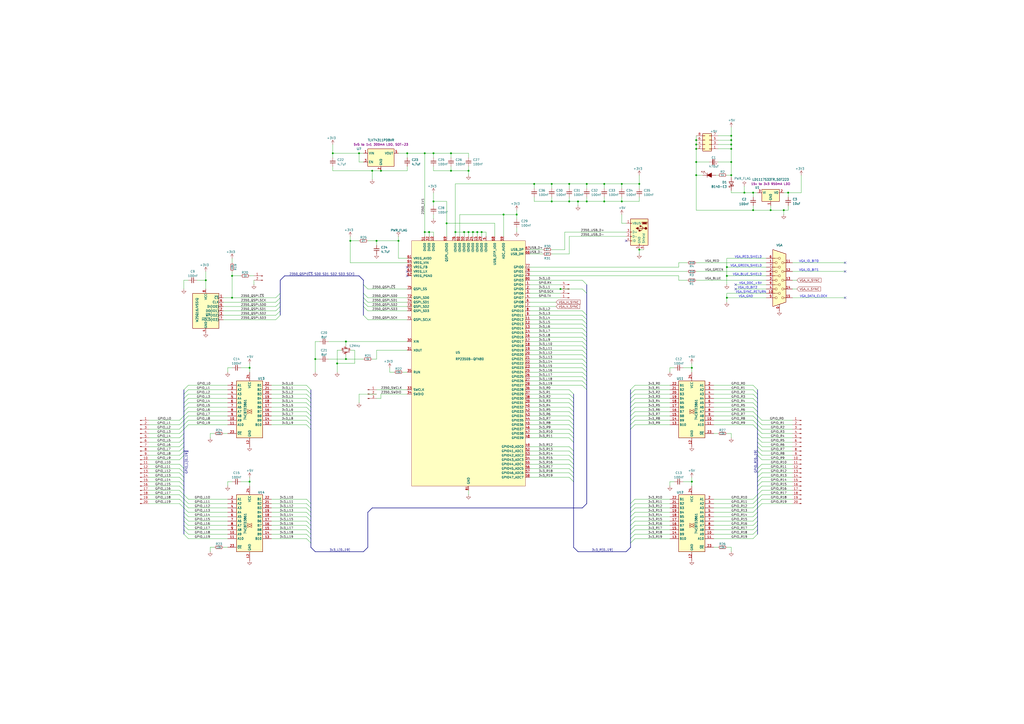
<source format=kicad_sch>
(kicad_sch (version 20250114) (generator "eeschema") (generator_version "9.0")
  (paper "A2")
  (title_block (title "RP2350B Level Shift") (date "2025-04-13") (rev "A"))
  (text "VGA_ID_BIT2" (at 439.42 167.64 0) (effects (font (size 1.27 1.27)) (justify right bottom)))
  (text "VGA_ID_BIT1" (at 474.98 157.48 0) (effects (font (size 1.27 1.27)) (justify right bottom)))
  (text "VGA_BLUE_SHIELD" (at 441.96 160.02 0) (effects (font (size 1.27 1.27)) (justify right bottom)))
  (text "VGA_ID_BIT0" (at 474.98 152.4 0) (effects (font (size 1.27 1.27)) (justify right bottom)))
  (text "VGA_DATA_CLOCK" (at 480.06 172.72 0) (effects (font (size 1.27 1.27)) (justify right bottom)))
  (text "VGA_RED_SHIELD" (at 441.96 149.86 0) (effects (font (size 1.27 1.27)) (justify right bottom)))
  (text "VGA_DDC_+5V" (at 441.96 165.1 0) (effects (font (size 1.27 1.27)) (justify right bottom)))
  (text "VGA_SYNC_RETURN" (at 444.5 170.18 0) (effects (font (size 1.27 1.27)) (justify right bottom)))
  (text "VGA_GND" (at 436.88 172.72 0) (effects (font (size 1.27 1.27)) (justify right bottom)))
  (text "VGA_GREEN_SHIELD" (at 441.96 154.94 0) (effects (font (size 1.27 1.27)) (justify right bottom)))
  (junction (at 424.18 78.74))
  (junction (at 370.84 144.78))
  (junction (at 436.88 111.76))
  (junction (at 259.08 129.54))
  (junction (at 350.52 116.84))
  (junction (at 200.66 208.28))
  (junction (at 457.2 111.76))
  (junction (at 195.58 210.82))
  (junction (at 320.04 116.84))
  (junction (at 421.64 160.02))
  (junction (at 454.66 121.92))
  (junction (at 279.4 134.62))
  (junction (at 246.38 88.9))
  (junction (at 144.78 213.36))
  (junction (at 299.72 124.46))
  (junction (at 200.66 198.12))
  (junction (at 251.46 116.84))
  (junction (at 320.04 106.68))
  (junction (at 421.64 154.94))
  (junction (at 360.68 116.84))
  (junction (at 215.9 99.06))
  (junction (at 325.12 167.64))
  (junction (at 403.86 86.36))
  (junction (at 403.86 83.82))
  (junction (at 401.32 213.36))
  (junction (at 401.32 279.4))
  (junction (at 436.88 121.92))
  (junction (at 330.2 116.84))
  (junction (at 335.28 116.84))
  (junction (at 309.88 106.68))
  (junction (at 248.92 134.62))
  (junction (at 424.18 101.6))
  (junction (at 276.86 134.62))
  (junction (at 360.68 106.68))
  (junction (at 261.62 88.9))
  (junction (at 193.04 88.9))
  (junction (at 119.38 162.56))
  (junction (at 403.86 93.98))
  (junction (at 251.46 88.9))
  (junction (at 421.64 172.72))
  (junction (at 264.16 134.62))
  (junction (at 370.84 106.68))
  (junction (at 134.62 160.02))
  (junction (at 330.2 106.68))
  (junction (at 431.8 111.76))
  (junction (at 424.18 86.36))
  (junction (at 246.38 134.62))
  (junction (at 269.24 134.62))
  (junction (at 144.78 279.4))
  (junction (at 292.1 124.46))
  (junction (at 340.36 106.68))
  (junction (at 236.22 88.9))
  (junction (at 261.62 99.06))
  (junction (at 340.36 116.84))
  (junction (at 350.52 106.68))
  (junction (at 203.2 139.7))
  (junction (at 220.98 99.06))
  (junction (at 182.88 208.28))
  (junction (at 403.86 81.28))
  (junction (at 424.18 83.82))
  (junction (at 447.04 121.92))
  (junction (at 424.18 81.28))
  (junction (at 271.78 99.06))
  (junction (at 208.28 88.9))
  (junction (at 424.18 93.98))
  (junction (at 218.44 139.7))
  (junction (at 271.78 134.62))
  (junction (at 231.14 139.7))
  (junction (at 274.32 134.62))
  (junction (at 403.86 101.6))
  (junction (at 134.62 172.72))
  (no_connect (at 236.22 160.02))
  (no_connect (at 236.22 157.48))
  (no_connect (at 236.22 154.94))
  (no_connect (at 426.72 167.64))
  (no_connect (at 490.22 157.48))
  (no_connect (at 426.72 165.1))
  (no_connect (at 363.22 139.7))
  (no_connect (at 490.22 152.4))
  (no_connect (at 490.22 172.72))
  (bus_entry (at 439.42 284.48) (size 2.54 -2.54))
  (bus_entry (at 439.42 276.86) (size 2.54 -2.54))
  (bus_entry (at 340.36 215.9) (size -2.54 -2.54))
  (bus_entry (at 439.42 271.78) (size 2.54 -2.54))
  (bus_entry (at 180.34 307.34) (size -2.54 -2.54))
  (bus_entry (at 441.96 266.7) (size -2.54 -2.54))
  (bus_entry (at 340.36 182.88) (size -2.54 -2.54))
  (bus_entry (at 439.42 259.08) (size 2.54 2.54))
  (bus_entry (at 180.34 236.22) (size -2.54 -2.54))
  (bus_entry (at 340.36 170.18) (size -2.54 -2.54))
  (bus_entry (at 213.36 177.8) (size -2.54 -2.54))
  (bus_entry (at 332.74 238.76) (size -2.54 -2.54))
  (bus_entry (at 106.68 241.3) (size -2.54 2.54))
  (bus_entry (at 162.56 172.72) (size -2.54 2.54))
  (bus_entry (at 106.68 294.64) (size 2.54 2.54))
  (bus_entry (at 332.74 254) (size -2.54 -2.54))
  (bus_entry (at 332.74 271.78) (size -2.54 -2.54))
  (bus_entry (at 106.68 243.84) (size -2.54 2.54))
  (bus_entry (at 332.74 276.86) (size -2.54 -2.54))
  (bus_entry (at 162.56 182.88) (size -2.54 2.54))
  (bus_entry (at 340.36 195.58) (size -2.54 -2.54))
  (bus_entry (at 365.76 307.34) (size 2.54 -2.54))
  (bus_entry (at 180.34 228.6) (size -2.54 -2.54))
  (bus_entry (at 106.68 264.16) (size -2.54 2.54))
  (bus_entry (at 162.56 170.18) (size -2.54 2.54))
  (bus_entry (at 439.42 307.34) (size -2.54 2.54))
  (bus_entry (at 365.76 294.64) (size 2.54 -2.54))
  (bus_entry (at 439.42 254) (size 2.54 2.54))
  (bus_entry (at 106.68 274.32) (size -2.54 -2.54))
  (bus_entry (at 332.74 266.7) (size -2.54 -2.54))
  (bus_entry (at 106.68 231.14) (size 2.54 -2.54))
  (bus_entry (at 106.68 281.94) (size -2.54 -2.54))
  (bus_entry (at 337.82 200.66) (size 2.54 2.54))
  (bus_entry (at 365.76 241.3) (size 2.54 -2.54))
  (bus_entry (at 210.82 165.1) (size 2.54 2.54))
  (bus_entry (at 106.68 248.92) (size -2.54 2.54))
  (bus_entry (at 439.42 289.56) (size -2.54 2.54))
  (bus_entry (at 106.68 276.86) (size -2.54 -2.54))
  (bus_entry (at 332.74 236.22) (size -2.54 -2.54))
  (bus_entry (at 439.42 233.68) (size -2.54 -2.54))
  (bus_entry (at 439.42 246.38) (size -2.54 -2.54))
  (bus_entry (at 106.68 259.08) (size -2.54 2.54))
  (bus_entry (at 180.34 302.26) (size -2.54 -2.54))
  (bus_entry (at 439.42 248.92) (size 2.54 2.54))
  (bus_entry (at 106.68 299.72) (size 2.54 2.54))
  (bus_entry (at 109.22 312.42) (size -2.54 -2.54))
  (bus_entry (at 332.74 248.92) (size -2.54 -2.54))
  (bus_entry (at 365.76 238.76) (size 2.54 -2.54))
  (bus_entry (at 106.68 287.02) (size -2.54 -2.54))
  (bus_entry (at 213.36 172.72) (size -2.54 -2.54))
  (bus_entry (at 106.68 236.22) (size 2.54 -2.54))
  (bus_entry (at 332.74 231.14) (size -2.54 -2.54))
  (bus_entry (at 439.42 299.72) (size -2.54 2.54))
  (bus_entry (at 439.42 302.26) (size -2.54 2.54))
  (bus_entry (at 340.36 218.44) (size -2.54 -2.54))
  (bus_entry (at 439.42 256.54) (size 2.54 2.54))
  (bus_entry (at 439.42 231.14) (size -2.54 -2.54))
  (bus_entry (at 162.56 175.26) (size -2.54 2.54))
  (bus_entry (at 439.42 246.38) (size 2.54 2.54))
  (bus_entry (at 439.42 243.84) (size -2.54 -2.54))
  (bus_entry (at 365.76 248.92) (size 2.54 -2.54))
  (bus_entry (at 365.76 297.18) (size 2.54 -2.54))
  (bus_entry (at 162.56 180.34) (size -2.54 2.54))
  (bus_entry (at 340.36 208.28) (size -2.54 -2.54))
  (bus_entry (at 106.68 307.34) (size 2.54 2.54))
  (bus_entry (at 180.34 299.72) (size -2.54 -2.54))
  (bus_entry (at 106.68 254) (size -2.54 2.54))
  (bus_entry (at 332.74 261.62) (size -2.54 -2.54))
  (bus_entry (at 177.8 289.56) (size 2.54 2.54))
  (bus_entry (at 106.68 238.76) (size 2.54 -2.54))
  (bus_entry (at 439.42 292.1) (size 2.54 -2.54))
  (bus_entry (at 106.68 256.54) (size -2.54 2.54))
  (bus_entry (at 106.68 304.8) (size 2.54 2.54))
  (bus_entry (at 180.34 309.88) (size -2.54 -2.54))
  (bus_entry (at 365.76 231.14) (size 2.54 -2.54))
  (bus_entry (at 180.34 304.8) (size -2.54 -2.54))
  (bus_entry (at 365.76 299.72) (size 2.54 -2.54))
  (bus_entry (at 106.68 251.46) (size -2.54 2.54))
  (bus_entry (at 365.76 228.6) (size 2.54 -2.54))
  (bus_entry (at 439.42 294.64) (size -2.54 2.54))
  (bus_entry (at 106.68 228.6) (size 2.54 -2.54))
  (bus_entry (at 340.36 205.74) (size -2.54 -2.54))
  (bus_entry (at 365.76 312.42) (size 2.54 -2.54))
  (bus_entry (at 340.36 193.04) (size -2.54 -2.54))
  (bus_entry (at 106.68 289.56) (size -2.54 -2.54))
  (bus_entry (at 439.42 243.84) (size 2.54 2.54))
  (bus_entry (at 340.36 200.66) (size -2.54 -2.54))
  (bus_entry (at 332.74 251.46) (size -2.54 -2.54))
  (bus_entry (at 332.74 241.3) (size -2.54 -2.54))
  (bus_entry (at 365.76 233.68) (size 2.54 -2.54))
  (bus_entry (at 180.34 297.18) (size -2.54 -2.54))
  (bus_entry (at 365.76 314.96) (size 2.54 -2.54))
  (bus_entry (at 106.68 241.3) (size 2.54 -2.54))
  (bus_entry (at 213.36 175.26) (size -2.54 -2.54))
  (bus_entry (at 106.68 294.64) (size -2.54 -2.54))
  (bus_entry (at 340.36 187.96) (size -2.54 -2.54))
  (bus_entry (at 340.36 226.06) (size -2.54 -2.54))
  (bus_entry (at 439.42 292.1) (size -2.54 2.54))
  (bus_entry (at 436.88 223.52) (size 2.54 2.54))
  (bus_entry (at 106.68 246.38) (size -2.54 2.54))
  (bus_entry (at 180.34 243.84) (size -2.54 -2.54))
  (bus_entry (at 162.56 177.8) (size -2.54 2.54))
  (bus_entry (at 106.68 302.26) (size 2.54 2.54))
  (bus_entry (at 332.74 269.24) (size -2.54 -2.54))
  (bus_entry (at 332.74 264.16) (size -2.54 -2.54))
  (bus_entry (at 106.68 271.78) (size -2.54 -2.54))
  (bus_entry (at 439.42 289.56) (size 2.54 -2.54))
  (bus_entry (at 439.42 241.3) (size -2.54 -2.54))
  (bus_entry (at 106.68 287.02) (size 2.54 2.54))
  (bus_entry (at 106.68 297.18) (size 2.54 2.54))
  (bus_entry (at 332.74 256.54) (size -2.54 -2.54))
  (bus_entry (at 365.76 309.88) (size 2.54 -2.54))
  (bus_entry (at 332.74 243.84) (size -2.54 -2.54))
  (bus_entry (at 332.74 279.4) (size -2.54 -2.54))
  (bus_entry (at 365.76 302.26) (size 2.54 -2.54))
  (bus_entry (at 439.42 287.02) (size 2.54 -2.54))
  (bus_entry (at 340.36 198.12) (size -2.54 -2.54))
  (bus_entry (at 180.34 238.76) (size -2.54 -2.54))
  (bus_entry (at 365.76 236.22) (size 2.54 -2.54))
  (bus_entry (at 439.42 274.32) (size 2.54 -2.54))
  (bus_entry (at 332.74 228.6) (size -2.54 -2.54))
  (bus_entry (at 439.42 294.64) (size 2.54 -2.54))
  (bus_entry (at 106.68 279.4) (size -2.54 -2.54))
  (bus_entry (at 106.68 292.1) (size -2.54 -2.54))
  (bus_entry (at 368.3 223.52) (size -2.54 2.54))
  (bus_entry (at 439.42 297.18) (size -2.54 2.54))
  (bus_entry (at 340.36 190.5) (size -2.54 -2.54))
  (bus_entry (at 104.14 264.16) (size 2.54 -2.54))
  (bus_entry (at 106.68 248.92) (size 2.54 -2.54))
  (bus_entry (at 180.34 294.64) (size -2.54 -2.54))
  (bus_entry (at 109.22 223.52) (size -2.54 2.54))
  (bus_entry (at 439.42 236.22) (size -2.54 -2.54))
  (bus_entry (at 340.36 223.52) (size -2.54 -2.54))
  (bus_entry (at 439.42 248.92) (size -2.54 -2.54))
  (bus_entry (at 365.76 243.84) (size 2.54 -2.54))
  (bus_entry (at 340.36 210.82) (size -2.54 -2.54))
  (bus_entry (at 439.42 251.46) (size 2.54 2.54))
  (bus_entry (at 180.34 314.96) (size -2.54 -2.54))
  (bus_entry (at 332.74 274.32) (size -2.54 -2.54))
  (bus_entry (at 365.76 246.38) (size 2.54 -2.54))
  (bus_entry (at 439.42 304.8) (size -2.54 2.54))
  (bus_entry (at 106.68 246.38) (size 2.54 -2.54))
  (bus_entry (at 439.42 241.3) (size 2.54 2.54))
  (bus_entry (at 340.36 165.1) (size -2.54 -2.54))
  (bus_entry (at 180.34 241.3) (size -2.54 -2.54))
  (bus_entry (at 106.68 292.1) (size 2.54 2.54))
  (bus_entry (at 180.34 248.92) (size -2.54 -2.54))
  (bus_entry (at 332.74 233.68) (size -2.54 -2.54))
  (bus_entry (at 368.3 289.56) (size -2.54 2.54))
  (bus_entry (at 332.74 246.38) (size -2.54 -2.54))
  (bus_entry (at 439.42 261.62) (size 2.54 2.54))
  (bus_entry (at 439.42 228.6) (size -2.54 -2.54))
  (bus_entry (at 436.88 312.42) (size 2.54 -2.54))
  (bus_entry (at 180.34 312.42) (size -2.54 -2.54))
  (bus_entry (at 213.36 185.42) (size -2.54 -2.54))
  (bus_entry (at 340.36 220.98) (size -2.54 -2.54))
  (bus_entry (at 106.68 289.56) (size 2.54 2.54))
  (bus_entry (at 106.68 284.48) (size -2.54 -2.54))
  (bus_entry (at 180.34 231.14) (size -2.54 -2.54))
  (bus_entry (at 177.8 223.52) (size 2.54 2.54))
  (bus_entry (at 365.76 304.8) (size 2.54 -2.54))
  (bus_entry (at 106.68 233.68) (size 2.54 -2.54))
  (bus_entry (at 340.36 213.36) (size -2.54 -2.54))
  (bus_entry (at 180.34 246.38) (size -2.54 -2.54))
  (bus_entry (at 180.34 233.68) (size -2.54 -2.54))
  (bus_entry (at 106.68 243.84) (size 2.54 -2.54))
  (bus_entry (at 439.42 279.4) (size 2.54 -2.54))
  (bus_entry (at 340.36 185.42) (size -2.54 -2.54))
  (bus_entry (at 439.42 287.02) (size -2.54 2.54))
  (bus_entry (at 439.42 281.94) (size 2.54 -2.54))
  (bus_entry (at 213.36 180.34) (size -2.54 -2.54))
  (bus_entry (at 439.42 238.76) (size -2.54 -2.54))
  (wire (pts (xy 388.62 312.42) (xy 368.3 312.42)))
  (wire (pts (xy 360.68 129.54) (xy 363.22 129.54)))
  (wire (pts (xy 157.48 246.38) (xy 177.8 246.38)))
  (wire (pts (xy 251.46 134.62) (xy 248.92 134.62)))
  (wire (pts (xy 157.48 309.88) (xy 177.8 309.88)))
  (wire (pts (xy 261.62 99.06) (xy 261.62 96.52)))
  (wire (pts (xy 200.66 198.12) (xy 200.66 200.66)))
  (wire (pts (xy 236.22 96.52) (xy 236.22 99.06)))
  (bus (pts (xy 439.42 299.72) (xy 439.42 302.26)))
  (bus (pts (xy 106.68 248.92) (xy 106.68 251.46)))
  (bus (pts (xy 180.34 246.38) (xy 180.34 248.92)))
  (wire (pts (xy 251.46 137.16) (xy 251.46 134.62)))
  (wire (pts (xy 208.28 88.9) (xy 208.28 93.98)))
  (wire (pts (xy 403.86 78.74) (xy 403.86 81.28)))
  (wire (pts (xy 271.78 88.9) (xy 271.78 91.44)))
  (wire (pts (xy 114.3 162.56) (xy 119.38 162.56)))
  (wire (pts (xy 218.44 208.28) (xy 218.44 203.2)))
  (wire (pts (xy 414.02 302.26) (xy 436.88 302.26)))
  (wire (pts (xy 132.08 236.22) (xy 109.22 236.22)))
  (wire (pts (xy 182.88 208.28) (xy 185.42 208.28)))
  (wire (pts (xy 132.08 238.76) (xy 109.22 238.76)))
  (wire (pts (xy 403.86 93.98) (xy 403.86 101.6)))
  (bus (pts (xy 332.74 248.92) (xy 332.74 251.46)))
  (wire (pts (xy 414.02 233.68) (xy 436.88 233.68)))
  (bus (pts (xy 106.68 302.26) (xy 106.68 304.8)))
  (wire (pts (xy 307.34 269.24) (xy 330.2 269.24)))
  (wire (pts (xy 360.68 124.46) (xy 360.68 129.54)))
  (wire (pts (xy 157.48 238.76) (xy 177.8 238.76)))
  (wire (pts (xy 307.34 165.1) (xy 325.12 165.1)))
  (wire (pts (xy 147.32 162.56) (xy 147.32 165.1)))
  (wire (pts (xy 248.92 134.62) (xy 248.92 137.16)))
  (wire (pts (xy 182.88 198.12) (xy 182.88 208.28)))
  (bus (pts (xy 439.42 238.76) (xy 439.42 241.3)))
  (wire (pts (xy 129.54 175.26) (xy 160.02 175.26)))
  (wire (pts (xy 393.7 152.4) (xy 398.78 152.4)))
  (wire (pts (xy 218.44 203.2) (xy 236.22 203.2)))
  (wire (pts (xy 327.66 134.62) (xy 327.66 144.78)))
  (wire (pts (xy 388.62 241.3) (xy 368.3 241.3)))
  (wire (pts (xy 276.86 134.62) (xy 276.86 137.16)))
  (wire (pts (xy 132.08 231.14) (xy 109.22 231.14)))
  (wire (pts (xy 274.32 134.62) (xy 276.86 134.62)))
  (wire (pts (xy 157.48 228.6) (xy 177.8 228.6)))
  (wire (pts (xy 441.96 246.38) (xy 459.74 246.38)))
  (wire (pts (xy 444.5 149.86) (xy 421.64 149.86)))
  (wire (pts (xy 287.02 137.16) (xy 287.02 129.54)))
  (bus (pts (xy 365.76 304.8) (xy 365.76 307.34)))
  (wire (pts (xy 104.14 269.24) (xy 86.36 269.24)))
  (wire (pts (xy 401.32 276.86) (xy 401.32 279.4)))
  (wire (pts (xy 281.94 134.62) (xy 281.94 137.16)))
  (bus (pts (xy 365.76 309.88) (xy 365.76 312.42)))
  (wire (pts (xy 292.1 124.46) (xy 292.1 137.16)))
  (wire (pts (xy 424.18 110.49) (xy 424.18 111.76)))
  (wire (pts (xy 307.34 190.5) (xy 337.82 190.5)))
  (bus (pts (xy 340.36 210.82) (xy 340.36 213.36)))
  (wire (pts (xy 360.68 106.68) (xy 360.68 109.22)))
  (wire (pts (xy 327.66 144.78) (xy 320.04 144.78)))
  (bus (pts (xy 365.76 297.18) (xy 365.76 299.72)))
  (wire (pts (xy 271.78 99.06) (xy 271.78 96.52)))
  (bus (pts (xy 162.56 170.18) (xy 162.56 172.72)))
  (bus (pts (xy 180.34 307.34) (xy 180.34 309.88)))
  (wire (pts (xy 388.62 304.8) (xy 368.3 304.8)))
  (wire (pts (xy 200.66 198.12) (xy 236.22 198.12)))
  (bus (pts (xy 182.88 320.04) (xy 180.34 317.5)))
  (wire (pts (xy 350.52 116.84) (xy 350.52 114.3)))
  (bus (pts (xy 106.68 281.94) (xy 106.68 284.48)))
  (wire (pts (xy 441.96 289.56) (xy 459.74 289.56)))
  (wire (pts (xy 307.34 162.56) (xy 337.82 162.56)))
  (wire (pts (xy 157.48 236.22) (xy 177.8 236.22)))
  (wire (pts (xy 388.62 226.06) (xy 368.3 226.06)))
  (wire (pts (xy 307.34 170.18) (xy 325.12 170.18)))
  (wire (pts (xy 144.78 279.4) (xy 144.78 281.94)))
  (wire (pts (xy 213.36 167.64) (xy 236.22 167.64)))
  (wire (pts (xy 129.54 185.42) (xy 160.02 185.42)))
  (bus (pts (xy 106.68 284.48) (xy 106.68 287.02)))
  (wire (pts (xy 132.08 292.1) (xy 109.22 292.1)))
  (wire (pts (xy 388.62 231.14) (xy 368.3 231.14)))
  (wire (pts (xy 396.24 279.4) (xy 401.32 279.4)))
  (wire (pts (xy 388.62 279.4) (xy 388.62 281.94)))
  (wire (pts (xy 388.62 238.76) (xy 368.3 238.76)))
  (bus (pts (xy 340.36 198.12) (xy 340.36 200.66)))
  (bus (pts (xy 180.34 248.92) (xy 180.34 292.1)))
  (wire (pts (xy 416.56 78.74) (xy 424.18 78.74)))
  (bus (pts (xy 340.36 170.18) (xy 340.36 182.88)))
  (wire (pts (xy 307.34 248.92) (xy 330.2 248.92)))
  (bus (pts (xy 210.82 175.26) (xy 210.82 177.8)))
  (wire (pts (xy 200.66 208.28) (xy 210.82 208.28)))
  (wire (pts (xy 414.02 304.8) (xy 436.88 304.8)))
  (wire (pts (xy 441.96 261.62) (xy 459.74 261.62)))
  (wire (pts (xy 393.7 160.02) (xy 393.7 162.56)))
  (bus (pts (xy 332.74 246.38) (xy 332.74 248.92)))
  (bus (pts (xy 210.82 172.72) (xy 210.82 175.26)))
  (wire (pts (xy 441.96 254) (xy 459.74 254)))
  (wire (pts (xy 231.14 137.16) (xy 231.14 139.7)))
  (wire (pts (xy 340.36 106.68) (xy 350.52 106.68)))
  (wire (pts (xy 104.14 289.56) (xy 86.36 289.56)))
  (wire (pts (xy 132.08 243.84) (xy 109.22 243.84)))
  (wire (pts (xy 416.56 83.82) (xy 424.18 83.82)))
  (wire (pts (xy 106.68 162.56) (xy 109.22 162.56)))
  (wire (pts (xy 193.04 99.06) (xy 215.9 99.06)))
  (bus (pts (xy 106.68 228.6) (xy 106.68 231.14)))
  (bus (pts (xy 340.36 200.66) (xy 340.36 203.2)))
  (wire (pts (xy 307.34 226.06) (xy 330.2 226.06)))
  (wire (pts (xy 424.18 317.5) (xy 424.18 320.04)))
  (bus (pts (xy 332.74 241.3) (xy 332.74 243.84)))
  (wire (pts (xy 307.34 276.86) (xy 330.2 276.86)))
  (wire (pts (xy 157.48 307.34) (xy 177.8 307.34)))
  (wire (pts (xy 215.9 99.06) (xy 215.9 104.14)))
  (wire (pts (xy 388.62 297.18) (xy 368.3 297.18)))
  (wire (pts (xy 403.86 101.6) (xy 403.86 121.92)))
  (bus (pts (xy 106.68 243.84) (xy 106.68 246.38)))
  (wire (pts (xy 388.62 289.56) (xy 368.3 289.56)))
  (wire (pts (xy 401.32 213.36) (xy 401.32 215.9)))
  (bus (pts (xy 365.76 294.64) (xy 365.76 297.18)))
  (wire (pts (xy 190.5 208.28) (xy 200.66 208.28)))
  (bus (pts (xy 365.76 314.96) (xy 365.76 317.5)))
  (wire (pts (xy 121.92 317.5) (xy 124.46 317.5)))
  (bus (pts (xy 439.42 287.02) (xy 439.42 289.56)))
  (bus (pts (xy 439.42 226.06) (xy 439.42 228.6)))
  (wire (pts (xy 104.14 284.48) (xy 86.36 284.48)))
  (wire (pts (xy 340.36 106.68) (xy 340.36 109.22)))
  (bus (pts (xy 439.42 254) (xy 439.42 256.54)))
  (wire (pts (xy 218.44 208.28) (xy 215.9 208.28)))
  (wire (pts (xy 195.58 210.82) (xy 205.74 210.82)))
  (wire (pts (xy 388.62 243.84) (xy 368.3 243.84)))
  (wire (pts (xy 104.14 254) (xy 86.36 254)))
  (wire (pts (xy 414.02 243.84) (xy 436.88 243.84)))
  (bus (pts (xy 210.82 177.8) (xy 210.82 182.88)))
  (bus (pts (xy 365.76 231.14) (xy 365.76 233.68)))
  (wire (pts (xy 414.02 307.34) (xy 436.88 307.34)))
  (wire (pts (xy 401.32 279.4) (xy 401.32 281.94)))
  (wire (pts (xy 157.48 292.1) (xy 177.8 292.1)))
  (bus (pts (xy 340.36 218.44) (xy 340.36 220.98)))
  (wire (pts (xy 271.78 99.06) (xy 271.78 101.6)))
  (bus (pts (xy 213.36 317.5) (xy 213.36 297.18)))
  (wire (pts (xy 403.86 101.6) (xy 407.67 101.6)))
  (bus (pts (xy 365.76 248.92) (xy 365.76 292.1)))
  (wire (pts (xy 335.28 119.38) (xy 335.28 116.84)))
  (wire (pts (xy 132.08 213.36) (xy 134.62 213.36)))
  (bus (pts (xy 439.42 264.16) (xy 439.42 271.78)))
  (wire (pts (xy 307.34 233.68) (xy 330.2 233.68)))
  (bus (pts (xy 180.34 238.76) (xy 180.34 241.3)))
  (wire (pts (xy 307.34 243.84) (xy 330.2 243.84)))
  (wire (pts (xy 144.78 276.86) (xy 144.78 279.4)))
  (wire (pts (xy 104.14 243.84) (xy 86.36 243.84)))
  (wire (pts (xy 157.48 294.64) (xy 177.8 294.64)))
  (wire (pts (xy 436.88 111.76) (xy 431.8 111.76)))
  (wire (pts (xy 309.88 106.68) (xy 309.88 109.22)))
  (bus (pts (xy 340.36 220.98) (xy 340.36 223.52)))
  (wire (pts (xy 104.14 266.7) (xy 86.36 266.7)))
  (wire (pts (xy 414.02 294.64) (xy 436.88 294.64)))
  (wire (pts (xy 307.34 259.08) (xy 330.2 259.08)))
  (wire (pts (xy 307.34 147.32) (xy 314.96 147.32)))
  (bus (pts (xy 180.34 292.1) (xy 180.34 294.64)))
  (bus (pts (xy 439.42 297.18) (xy 439.42 299.72)))
  (wire (pts (xy 218.44 226.06) (xy 236.22 226.06)))
  (bus (pts (xy 439.42 259.08) (xy 439.42 256.54)))
  (bus (pts (xy 439.42 302.26) (xy 439.42 304.8)))
  (wire (pts (xy 441.96 269.24) (xy 459.74 269.24)))
  (wire (pts (xy 441.96 276.86) (xy 459.74 276.86)))
  (wire (pts (xy 414.02 226.06) (xy 436.88 226.06)))
  (wire (pts (xy 134.62 149.86) (xy 134.62 152.4)))
  (bus (pts (xy 215.9 294.64) (xy 337.82 294.64)))
  (bus (pts (xy 365.76 246.38) (xy 365.76 248.92)))
  (wire (pts (xy 121.92 251.46) (xy 124.46 251.46)))
  (wire (pts (xy 393.7 162.56) (xy 398.78 162.56)))
  (bus (pts (xy 335.28 320.04) (xy 332.74 317.5)))
  (wire (pts (xy 307.34 200.66) (xy 337.82 200.66)))
  (wire (pts (xy 205.74 203.2) (xy 203.2 203.2)))
  (bus (pts (xy 332.74 274.32) (xy 332.74 276.86)))
  (bus (pts (xy 180.34 241.3) (xy 180.34 243.84)))
  (bus (pts (xy 180.34 312.42) (xy 180.34 314.96)))
  (bus (pts (xy 439.42 243.84) (xy 439.42 246.38)))
  (wire (pts (xy 441.96 292.1) (xy 459.74 292.1)))
  (wire (pts (xy 157.48 297.18) (xy 177.8 297.18)))
  (wire (pts (xy 320.04 116.84) (xy 320.04 114.3)))
  (bus (pts (xy 332.74 261.62) (xy 332.74 264.16)))
  (wire (pts (xy 388.62 233.68) (xy 368.3 233.68)))
  (wire (pts (xy 205.74 203.2) (xy 205.74 210.82)))
  (bus (pts (xy 365.76 241.3) (xy 365.76 243.84)))
  (bus (pts (xy 365.76 299.72) (xy 365.76 302.26)))
  (wire (pts (xy 388.62 307.34) (xy 368.3 307.34)))
  (wire (pts (xy 203.2 137.16) (xy 203.2 139.7)))
  (wire (pts (xy 307.34 261.62) (xy 330.2 261.62)))
  (wire (pts (xy 261.62 88.9) (xy 271.78 88.9)))
  (bus (pts (xy 332.74 254) (xy 332.74 256.54)))
  (bus (pts (xy 180.34 226.06) (xy 180.34 228.6)))
  (wire (pts (xy 210.82 93.98) (xy 208.28 93.98)))
  (wire (pts (xy 416.56 81.28) (xy 424.18 81.28)))
  (wire (pts (xy 424.18 102.87) (xy 424.18 101.6)))
  (wire (pts (xy 226.06 215.9) (xy 228.6 215.9)))
  (wire (pts (xy 307.34 231.14) (xy 330.2 231.14)))
  (bus (pts (xy 340.36 195.58) (xy 340.36 198.12)))
  (wire (pts (xy 414.02 241.3) (xy 436.88 241.3)))
  (wire (pts (xy 370.84 147.32) (xy 370.84 144.78)))
  (wire (pts (xy 307.34 208.28) (xy 337.82 208.28)))
  (wire (pts (xy 193.04 88.9) (xy 208.28 88.9)))
  (bus (pts (xy 162.56 180.34) (xy 162.56 177.8)))
  (wire (pts (xy 416.56 317.5) (xy 414.02 317.5)))
  (wire (pts (xy 190.5 198.12) (xy 200.66 198.12)))
  (bus (pts (xy 439.42 289.56) (xy 439.42 292.1)))
  (wire (pts (xy 132.08 279.4) (xy 132.08 281.94)))
  (wire (pts (xy 325.12 167.64) (xy 337.82 167.64)))
  (wire (pts (xy 388.62 299.72) (xy 368.3 299.72)))
  (wire (pts (xy 307.34 228.6) (xy 330.2 228.6)))
  (wire (pts (xy 388.62 236.22) (xy 368.3 236.22)))
  (wire (pts (xy 393.7 154.94) (xy 393.7 152.4)))
  (wire (pts (xy 424.18 93.98) (xy 424.18 101.6)))
  (bus (pts (xy 106.68 264.16) (xy 106.68 271.78)))
  (wire (pts (xy 403.86 157.48) (xy 444.5 157.48)))
  (bus (pts (xy 332.74 276.86) (xy 332.74 279.4)))
  (wire (pts (xy 157.48 304.8) (xy 177.8 304.8)))
  (wire (pts (xy 309.88 114.3) (xy 309.88 116.84)))
  (wire (pts (xy 421.64 165.1) (xy 421.64 160.02)))
  (wire (pts (xy 139.7 279.4) (xy 144.78 279.4)))
  (bus (pts (xy 180.34 297.18) (xy 180.34 299.72)))
  (bus (pts (xy 340.36 187.96) (xy 340.36 190.5)))
  (wire (pts (xy 441.96 264.16) (xy 459.74 264.16)))
  (wire (pts (xy 132.08 223.52) (xy 109.22 223.52)))
  (wire (pts (xy 414.02 299.72) (xy 436.88 299.72)))
  (wire (pts (xy 299.72 121.92) (xy 299.72 124.46)))
  (wire (pts (xy 129.54 317.5) (xy 132.08 317.5)))
  (wire (pts (xy 307.34 246.38) (xy 330.2 246.38)))
  (wire (pts (xy 246.38 88.9) (xy 251.46 88.9)))
  (wire (pts (xy 330.2 116.84) (xy 320.04 116.84)))
  (wire (pts (xy 129.54 177.8) (xy 160.02 177.8)))
  (wire (pts (xy 388.62 292.1) (xy 368.3 292.1)))
  (wire (pts (xy 330.2 137.16) (xy 363.22 137.16)))
  (wire (pts (xy 307.34 238.76) (xy 330.2 238.76)))
  (wire (pts (xy 307.34 241.3) (xy 330.2 241.3)))
  (wire (pts (xy 403.86 162.56) (xy 444.5 162.56)))
  (wire (pts (xy 134.62 172.72) (xy 160.02 172.72)))
  (wire (pts (xy 415.29 101.6) (xy 416.56 101.6)))
  (wire (pts (xy 388.62 213.36) (xy 388.62 215.9)))
  (wire (pts (xy 266.7 124.46) (xy 266.7 137.16)))
  (wire (pts (xy 307.34 160.02) (xy 393.7 160.02)))
  (wire (pts (xy 388.62 309.88) (xy 368.3 309.88)))
  (bus (pts (xy 439.42 228.6) (xy 439.42 231.14)))
  (wire (pts (xy 157.48 226.06) (xy 177.8 226.06)))
  (wire (pts (xy 421.64 101.6) (xy 424.18 101.6)))
  (bus (pts (xy 439.42 241.3) (xy 439.42 243.84)))
  (wire (pts (xy 441.96 281.94) (xy 459.74 281.94)))
  (wire (pts (xy 251.46 116.84) (xy 251.46 119.38)))
  (wire (pts (xy 441.96 274.32) (xy 459.74 274.32)))
  (wire (pts (xy 436.88 121.92) (xy 447.04 121.92)))
  (bus (pts (xy 439.42 292.1) (xy 439.42 294.64)))
  (bus (pts (xy 439.42 246.38) (xy 439.42 248.92)))
  (wire (pts (xy 307.34 223.52) (xy 337.82 223.52)))
  (wire (pts (xy 231.14 149.86) (xy 231.14 139.7)))
  (wire (pts (xy 322.58 177.8) (xy 307.34 177.8)))
  (bus (pts (xy 106.68 289.56) (xy 106.68 292.1)))
  (wire (pts (xy 231.14 88.9) (xy 236.22 88.9)))
  (bus (pts (xy 165.1 160.02) (xy 208.28 160.02)))
  (wire (pts (xy 132.08 302.26) (xy 109.22 302.26)))
  (wire (pts (xy 322.58 175.26) (xy 307.34 175.26)))
  (wire (pts (xy 104.14 261.62) (xy 86.36 261.62)))
  (wire (pts (xy 104.14 287.02) (xy 86.36 287.02)))
  (wire (pts (xy 424.18 81.28) (xy 424.18 83.82)))
  (bus (pts (xy 340.36 182.88) (xy 340.36 185.42)))
  (wire (pts (xy 157.48 243.84) (xy 177.8 243.84)))
  (wire (pts (xy 193.04 88.9) (xy 193.04 91.44)))
  (wire (pts (xy 193.04 96.52) (xy 193.04 99.06)))
  (wire (pts (xy 132.08 226.06) (xy 109.22 226.06)))
  (wire (pts (xy 431.8 111.76) (xy 424.18 111.76)))
  (bus (pts (xy 340.36 190.5) (xy 340.36 193.04)))
  (wire (pts (xy 157.48 223.52) (xy 177.8 223.52)))
  (bus (pts (xy 106.68 238.76) (xy 106.68 241.3)))
  (wire (pts (xy 132.08 297.18) (xy 109.22 297.18)))
  (wire (pts (xy 193.04 83.82) (xy 193.04 88.9)))
  (bus (pts (xy 109.22 261.62) (xy 106.68 261.62)))
  (wire (pts (xy 307.34 180.34) (xy 337.82 180.34)))
  (wire (pts (xy 220.98 228.6) (xy 236.22 228.6)))
  (wire (pts (xy 104.14 248.92) (xy 86.36 248.92)))
  (bus (pts (xy 340.36 185.42) (xy 340.36 187.96)))
  (bus (pts (xy 180.34 233.68) (xy 180.34 236.22)))
  (wire (pts (xy 246.38 134.62) (xy 246.38 137.16)))
  (bus (pts (xy 439.42 276.86) (xy 439.42 279.4)))
  (bus (pts (xy 213.36 297.18) (xy 215.9 294.64)))
  (bus (pts (xy 332.74 279.4) (xy 332.74 317.5)))
  (wire (pts (xy 307.34 157.48) (xy 398.78 157.48)))
  (wire (pts (xy 464.82 101.6) (xy 464.82 111.76)))
  (wire (pts (xy 447.04 121.92) (xy 447.04 119.38)))
  (wire (pts (xy 139.7 213.36) (xy 144.78 213.36)))
  (bus (pts (xy 439.42 284.48) (xy 439.42 287.02)))
  (bus (pts (xy 180.34 304.8) (xy 180.34 307.34)))
  (wire (pts (xy 279.4 134.62) (xy 279.4 137.16)))
  (wire (pts (xy 157.48 302.26) (xy 177.8 302.26)))
  (wire (pts (xy 248.92 134.62) (xy 246.38 134.62)))
  (wire (pts (xy 157.48 312.42) (xy 177.8 312.42)))
  (bus (pts (xy 106.68 236.22) (xy 106.68 238.76)))
  (bus (pts (xy 340.36 213.36) (xy 340.36 215.9)))
  (wire (pts (xy 388.62 246.38) (xy 368.3 246.38)))
  (wire (pts (xy 439.42 111.76) (xy 436.88 111.76)))
  (wire (pts (xy 414.02 246.38) (xy 436.88 246.38)))
  (bus (pts (xy 106.68 246.38) (xy 106.68 248.92)))
  (wire (pts (xy 139.7 160.02) (xy 134.62 160.02)))
  (wire (pts (xy 424.18 251.46) (xy 424.18 254)))
  (wire (pts (xy 340.36 106.68) (xy 330.2 106.68)))
  (wire (pts (xy 388.62 302.26) (xy 368.3 302.26)))
  (wire (pts (xy 213.36 180.34) (xy 236.22 180.34)))
  (wire (pts (xy 388.62 213.36) (xy 391.16 213.36)))
  (bus (pts (xy 162.56 162.56) (xy 162.56 170.18)))
  (wire (pts (xy 251.46 99.06) (xy 251.46 96.52)))
  (wire (pts (xy 307.34 220.98) (xy 337.82 220.98)))
  (wire (pts (xy 121.92 251.46) (xy 121.92 254)))
  (wire (pts (xy 104.14 246.38) (xy 86.36 246.38)))
  (bus (pts (xy 439.42 304.8) (xy 439.42 307.34)))
  (bus (pts (xy 365.76 226.06) (xy 365.76 228.6)))
  (wire (pts (xy 307.34 274.32) (xy 330.2 274.32)))
  (wire (pts (xy 330.2 147.32) (xy 320.04 147.32)))
  (wire (pts (xy 132.08 246.38) (xy 109.22 246.38)))
  (bus (pts (xy 106.68 304.8) (xy 106.68 307.34)))
  (wire (pts (xy 233.68 215.9) (xy 236.22 215.9)))
  (wire (pts (xy 132.08 312.42) (xy 109.22 312.42)))
  (wire (pts (xy 132.08 228.6) (xy 109.22 228.6)))
  (wire (pts (xy 441.96 248.92) (xy 459.74 248.92)))
  (wire (pts (xy 388.62 223.52) (xy 368.3 223.52)))
  (bus (pts (xy 439.42 279.4) (xy 439.42 281.94)))
  (wire (pts (xy 414.02 231.14) (xy 436.88 231.14)))
  (wire (pts (xy 251.46 116.84) (xy 259.08 116.84)))
  (wire (pts (xy 421.64 154.94) (xy 421.64 149.86)))
  (bus (pts (xy 106.68 261.62) (xy 106.68 264.16)))
  (wire (pts (xy 370.84 144.78) (xy 373.38 144.78)))
  (bus (pts (xy 106.68 307.34) (xy 106.68 309.88)))
  (bus (pts (xy 363.22 320.04) (xy 365.76 317.5)))
  (wire (pts (xy 414.02 238.76) (xy 436.88 238.76)))
  (wire (pts (xy 350.52 106.68) (xy 360.68 106.68)))
  (wire (pts (xy 236.22 91.44) (xy 236.22 88.9)))
  (bus (pts (xy 162.56 177.8) (xy 162.56 175.26)))
  (wire (pts (xy 307.34 271.78) (xy 330.2 271.78)))
  (bus (pts (xy 106.68 256.54) (xy 106.68 259.08)))
  (wire (pts (xy 307.34 144.78) (xy 314.96 144.78)))
  (wire (pts (xy 424.18 78.74) (xy 424.18 81.28)))
  (wire (pts (xy 360.68 106.68) (xy 370.84 106.68)))
  (bus (pts (xy 365.76 243.84) (xy 365.76 246.38)))
  (wire (pts (xy 330.2 106.68) (xy 330.2 109.22)))
  (wire (pts (xy 132.08 213.36) (xy 132.08 215.9)))
  (wire (pts (xy 403.86 86.36) (xy 403.86 93.98)))
  (wire (pts (xy 104.14 292.1) (xy 86.36 292.1)))
  (bus (pts (xy 365.76 228.6) (xy 365.76 231.14)))
  (wire (pts (xy 388.62 228.6) (xy 368.3 228.6)))
  (wire (pts (xy 119.38 157.48) (xy 119.38 162.56)))
  (wire (pts (xy 330.2 137.16) (xy 330.2 147.32)))
  (bus (pts (xy 332.74 256.54) (xy 332.74 261.62)))
  (bus (pts (xy 365.76 302.26) (xy 365.76 304.8)))
  (bus (pts (xy 106.68 299.72) (xy 106.68 302.26)))
  (bus (pts (xy 332.74 271.78) (xy 332.74 274.32)))
  (wire (pts (xy 132.08 304.8) (xy 109.22 304.8)))
  (wire (pts (xy 444.5 172.72) (xy 421.64 172.72)))
  (bus (pts (xy 180.34 302.26) (xy 180.34 304.8)))
  (wire (pts (xy 441.96 243.84) (xy 459.74 243.84)))
  (wire (pts (xy 335.28 116.84) (xy 340.36 116.84)))
  (bus (pts (xy 106.68 274.32) (xy 106.68 276.86)))
  (wire (pts (xy 350.52 106.68) (xy 350.52 109.22)))
  (wire (pts (xy 251.46 111.76) (xy 251.46 116.84)))
  (bus (pts (xy 162.56 182.88) (xy 162.56 180.34)))
  (wire (pts (xy 396.24 213.36) (xy 401.32 213.36)))
  (wire (pts (xy 414.02 297.18) (xy 436.88 297.18)))
  (wire (pts (xy 424.18 73.66) (xy 424.18 78.74)))
  (wire (pts (xy 104.14 271.78) (xy 86.36 271.78)))
  (bus (pts (xy 332.74 251.46) (xy 332.74 254)))
  (bus (pts (xy 439.42 233.68) (xy 439.42 236.22)))
  (wire (pts (xy 104.14 256.54) (xy 86.36 256.54)))
  (wire (pts (xy 490.22 172.72) (xy 459.74 172.72)))
  (wire (pts (xy 403.86 121.92) (xy 436.88 121.92)))
  (bus (pts (xy 340.36 215.9) (xy 340.36 218.44)))
  (bus (pts (xy 332.74 236.22) (xy 332.74 238.76)))
  (wire (pts (xy 200.66 205.74) (xy 200.66 208.28)))
  (bus (pts (xy 337.82 294.64) (xy 340.36 292.1)))
  (wire (pts (xy 251.46 88.9) (xy 261.62 88.9)))
  (wire (pts (xy 208.28 228.6) (xy 208.28 233.68)))
  (wire (pts (xy 426.72 167.64) (xy 444.5 167.64)))
  (bus (pts (xy 439.42 294.64) (xy 439.42 297.18)))
  (wire (pts (xy 121.92 317.5) (xy 121.92 320.04)))
  (wire (pts (xy 416.56 86.36) (xy 424.18 86.36)))
  (bus (pts (xy 332.74 233.68) (xy 332.74 236.22)))
  (wire (pts (xy 144.78 210.82) (xy 144.78 213.36)))
  (wire (pts (xy 132.08 241.3) (xy 109.22 241.3)))
  (bus (pts (xy 106.68 294.64) (xy 106.68 297.18)))
  (wire (pts (xy 441.96 284.48) (xy 459.74 284.48)))
  (wire (pts (xy 370.84 116.84) (xy 370.84 114.3)))
  (bus (pts (xy 180.34 231.14) (xy 180.34 233.68)))
  (wire (pts (xy 307.34 266.7) (xy 330.2 266.7)))
  (bus (pts (xy 106.68 279.4) (xy 106.68 281.94)))
  (bus (pts (xy 182.88 320.04) (xy 210.82 320.04)))
  (wire (pts (xy 340.36 116.84) (xy 340.36 114.3)))
  (bus (pts (xy 106.68 271.78) (xy 106.68 274.32)))
  (wire (pts (xy 307.34 172.72) (xy 325.12 172.72)))
  (bus (pts (xy 439.42 307.34) (xy 439.42 309.88)))
  (wire (pts (xy 144.78 160.02) (xy 147.32 160.02)))
  (wire (pts (xy 441.96 271.78) (xy 459.74 271.78)))
  (wire (pts (xy 215.9 99.06) (xy 220.98 99.06)))
  (wire (pts (xy 388.62 294.64) (xy 368.3 294.64)))
  (wire (pts (xy 236.22 88.9) (xy 246.38 88.9)))
  (wire (pts (xy 134.62 157.48) (xy 134.62 160.02)))
  (bus (pts (xy 332.74 228.6) (xy 332.74 231.14)))
  (wire (pts (xy 276.86 134.62) (xy 279.4 134.62)))
  (wire (pts (xy 414.02 236.22) (xy 436.88 236.22)))
  (bus (pts (xy 439.42 236.22) (xy 439.42 238.76)))
  (wire (pts (xy 454.66 121.92) (xy 457.2 121.92)))
  (wire (pts (xy 129.54 180.34) (xy 160.02 180.34)))
  (wire (pts (xy 292.1 124.46) (xy 299.72 124.46)))
  (wire (pts (xy 134.62 160.02) (xy 134.62 172.72)))
  (bus (pts (xy 162.56 162.56) (xy 165.1 160.02)))
  (wire (pts (xy 459.74 162.56) (xy 462.28 162.56)))
  (wire (pts (xy 360.68 116.84) (xy 370.84 116.84)))
  (wire (pts (xy 307.34 187.96) (xy 337.82 187.96)))
  (wire (pts (xy 104.14 276.86) (xy 86.36 276.86)))
  (wire (pts (xy 264.16 134.62) (xy 269.24 134.62)))
  (bus (pts (xy 332.74 243.84) (xy 332.74 246.38)))
  (wire (pts (xy 441.96 256.54) (xy 459.74 256.54)))
  (bus (pts (xy 340.36 203.2) (xy 340.36 205.74)))
  (bus (pts (xy 180.34 243.84) (xy 180.34 246.38)))
  (wire (pts (xy 414.02 292.1) (xy 436.88 292.1)))
  (bus (pts (xy 332.74 269.24) (xy 332.74 271.78)))
  (wire (pts (xy 307.34 198.12) (xy 337.82 198.12)))
  (wire (pts (xy 269.24 134.62) (xy 269.24 137.16)))
  (wire (pts (xy 403.86 93.98) (xy 411.48 93.98)))
  (bus (pts (xy 106.68 251.46) (xy 106.68 254)))
  (wire (pts (xy 388.62 279.4) (xy 391.16 279.4)))
  (bus (pts (xy 365.76 238.76) (xy 365.76 241.3)))
  (wire (pts (xy 220.98 231.14) (xy 218.44 231.14)))
  (wire (pts (xy 132.08 233.68) (xy 109.22 233.68)))
  (wire (pts (xy 309.88 116.84) (xy 320.04 116.84)))
  (wire (pts (xy 335.28 116.84) (xy 330.2 116.84)))
  (wire (pts (xy 340.36 116.84) (xy 350.52 116.84)))
  (wire (pts (xy 274.32 134.62) (xy 274.32 137.16)))
  (wire (pts (xy 370.84 101.6) (xy 370.84 106.68)))
  (bus (pts (xy 106.68 254) (xy 106.68 256.54)))
  (bus (pts (xy 180.34 309.88) (xy 180.34 312.42)))
  (bus (pts (xy 210.82 162.56) (xy 210.82 165.1)))
  (bus (pts (xy 365.76 236.22) (xy 365.76 238.76)))
  (wire (pts (xy 370.84 106.68) (xy 370.84 109.22)))
  (wire (pts (xy 401.32 210.82) (xy 401.32 213.36)))
  (wire (pts (xy 421.64 170.18) (xy 444.5 170.18)))
  (wire (pts (xy 251.46 99.06) (xy 261.62 99.06)))
  (wire (pts (xy 185.42 198.12) (xy 182.88 198.12)))
  (bus (pts (xy 210.82 320.04) (xy 213.36 317.5)))
  (bus (pts (xy 106.68 231.14) (xy 106.68 233.68)))
  (bus (pts (xy 332.74 266.7) (xy 332.74 269.24)))
  (wire (pts (xy 218.44 139.7) (xy 231.14 139.7)))
  (wire (pts (xy 264.16 106.68) (xy 309.88 106.68)))
  (wire (pts (xy 259.08 116.84) (xy 259.08 129.54)))
  (wire (pts (xy 307.34 185.42) (xy 337.82 185.42)))
  (bus (pts (xy 106.68 287.02) (xy 106.68 289.56)))
  (wire (pts (xy 195.58 203.2) (xy 198.12 203.2)))
  (wire (pts (xy 414.02 312.42) (xy 436.88 312.42)))
  (wire (pts (xy 307.34 251.46) (xy 330.2 251.46)))
  (bus (pts (xy 363.22 320.04) (xy 335.28 320.04)))
  (bus (pts (xy 365.76 307.34) (xy 365.76 309.88)))
  (wire (pts (xy 421.64 175.26) (xy 421.64 172.72)))
  (bus (pts (xy 340.36 193.04) (xy 340.36 195.58)))
  (wire (pts (xy 144.78 213.36) (xy 144.78 215.9)))
  (wire (pts (xy 129.54 182.88) (xy 160.02 182.88)))
  (wire (pts (xy 213.36 185.42) (xy 236.22 185.42)))
  (bus (pts (xy 180.34 236.22) (xy 180.34 238.76)))
  (bus (pts (xy 332.74 264.16) (xy 332.74 266.7)))
  (wire (pts (xy 444.5 154.94) (xy 421.64 154.94)))
  (wire (pts (xy 203.2 139.7) (xy 203.2 152.4)))
  (bus (pts (xy 439.42 271.78) (xy 439.42 274.32)))
  (wire (pts (xy 226.06 213.36) (xy 226.06 215.9)))
  (wire (pts (xy 195.58 210.82) (xy 195.58 215.9)))
  (wire (pts (xy 220.98 99.06) (xy 236.22 99.06)))
  (bus (pts (xy 180.34 299.72) (xy 180.34 302.26)))
  (wire (pts (xy 104.14 251.46) (xy 86.36 251.46)))
  (wire (pts (xy 218.44 139.7) (xy 218.44 142.24)))
  (wire (pts (xy 424.18 83.82) (xy 424.18 86.36)))
  (wire (pts (xy 444.5 160.02) (xy 421.64 160.02)))
  (wire (pts (xy 307.34 193.04) (xy 337.82 193.04)))
  (wire (pts (xy 157.48 233.68) (xy 177.8 233.68)))
  (wire (pts (xy 157.48 231.14) (xy 177.8 231.14)))
  (wire (pts (xy 459.74 167.64) (xy 462.28 167.64)))
  (wire (pts (xy 106.68 162.56) (xy 106.68 167.64)))
  (wire (pts (xy 447.04 121.92) (xy 454.66 121.92)))
  (bus (pts (xy 439.42 281.94) (xy 439.42 284.48)))
  (bus (pts (xy 162.56 172.72) (xy 162.56 175.26)))
  (wire (pts (xy 307.34 167.64) (xy 325.12 167.64)))
  (wire (pts (xy 271.78 284.48) (xy 271.78 287.02)))
  (wire (pts (xy 269.24 134.62) (xy 271.78 134.62)))
  (wire (pts (xy 457.2 119.38) (xy 457.2 121.92)))
  (wire (pts (xy 307.34 203.2) (xy 337.82 203.2)))
  (wire (pts (xy 132.08 309.88) (xy 109.22 309.88)))
  (wire (pts (xy 132.08 289.56) (xy 109.22 289.56)))
  (bus (pts (xy 340.36 165.1) (xy 340.36 170.18)))
  (bus (pts (xy 106.68 276.86) (xy 106.68 279.4)))
  (wire (pts (xy 261.62 99.06) (xy 271.78 99.06)))
  (wire (pts (xy 129.54 251.46) (xy 132.08 251.46)))
  (wire (pts (xy 441.96 279.4) (xy 459.74 279.4)))
  (wire (pts (xy 490.22 152.4) (xy 459.74 152.4)))
  (bus (pts (xy 439.42 274.32) (xy 439.42 276.86)))
  (wire (pts (xy 203.2 139.7) (xy 208.28 139.7)))
  (wire (pts (xy 307.34 264.16) (xy 330.2 264.16)))
  (bus (pts (xy 439.42 251.46) (xy 439.42 254)))
  (wire (pts (xy 457.2 111.76) (xy 464.82 111.76)))
  (wire (pts (xy 246.38 88.9) (xy 246.38 134.62)))
  (bus (pts (xy 439.42 248.92) (xy 439.42 251.46)))
  (bus (pts (xy 439.42 231.14) (xy 439.42 233.68)))
  (bus (pts (xy 106.68 226.06) (xy 106.68 228.6)))
  (wire (pts (xy 416.56 251.46) (xy 414.02 251.46)))
  (wire (pts (xy 132.08 307.34) (xy 109.22 307.34)))
  (wire (pts (xy 307.34 154.94) (xy 393.7 154.94)))
  (wire (pts (xy 157.48 289.56) (xy 177.8 289.56)))
  (wire (pts (xy 403.86 83.82) (xy 403.86 86.36)))
  (wire (pts (xy 208.28 88.9) (xy 210.82 88.9)))
  (wire (pts (xy 307.34 254) (xy 330.2 254)))
  (wire (pts (xy 119.38 162.56) (xy 119.38 167.64)))
  (wire (pts (xy 426.72 165.1) (xy 444.5 165.1)))
  (wire (pts (xy 213.36 139.7) (xy 218.44 139.7)))
  (wire (pts (xy 251.46 127) (xy 251.46 124.46)))
  (wire (pts (xy 421.64 160.02) (xy 421.64 154.94)))
  (wire (pts (xy 441.96 266.7) (xy 459.74 266.7)))
  (wire (pts (xy 157.48 241.3) (xy 177.8 241.3)))
  (wire (pts (xy 261.62 88.9) (xy 261.62 91.44)))
  (wire (pts (xy 132.08 299.72) (xy 109.22 299.72)))
  (wire (pts (xy 414.02 223.52) (xy 436.88 223.52)))
  (wire (pts (xy 271.78 134.62) (xy 274.32 134.62)))
  (wire (pts (xy 490.22 157.48) (xy 459.74 157.48)))
  (wire (pts (xy 307.34 213.36) (xy 337.82 213.36)))
  (wire (pts (xy 213.36 172.72) (xy 236.22 172.72)))
  (wire (pts (xy 132.08 279.4) (xy 134.62 279.4)))
  (wire (pts (xy 182.88 208.28) (xy 182.88 215.9)))
  (wire (pts (xy 218.44 228.6) (xy 208.28 228.6)))
  (wire (pts (xy 259.08 129.54) (xy 287.02 129.54)))
  (wire (pts (xy 104.14 264.16) (xy 86.36 264.16)))
  (bus (pts (xy 365.76 233.68) (xy 365.76 236.22)))
  (wire (pts (xy 414.02 228.6) (xy 436.88 228.6)))
  (wire (pts (xy 299.72 124.46) (xy 299.72 127)))
  (wire (pts (xy 307.34 195.58) (xy 337.82 195.58)))
  (wire (pts (xy 307.34 218.44) (xy 337.82 218.44)))
  (wire (pts (xy 299.72 134.62) (xy 299.72 132.08)))
  (bus (pts (xy 332.74 238.76) (xy 332.74 241.3)))
  (wire (pts (xy 414.02 289.56) (xy 436.88 289.56)))
  (bus (pts (xy 106.68 297.18) (xy 106.68 299.72)))
  (wire (pts (xy 266.7 124.46) (xy 292.1 124.46)))
  (bus (pts (xy 106.68 292.1) (xy 106.68 294.64)))
  (bus (pts (xy 106.68 233.68) (xy 106.68 236.22)))
  (wire (pts (xy 424.18 86.36) (xy 424.18 93.98)))
  (wire (pts (xy 327.66 134.62) (xy 363.22 134.62)))
  (wire (pts (xy 104.14 259.08) (xy 86.36 259.08)))
  (wire (pts (xy 307.34 182.88) (xy 337.82 182.88)))
  (wire (pts (xy 330.2 116.84) (xy 330.2 114.3)))
  (wire (pts (xy 424.18 251.46) (xy 421.64 251.46)))
  (wire (pts (xy 279.4 134.62) (xy 281.94 134.62)))
  (wire (pts (xy 309.88 106.68) (xy 320.04 106.68)))
  (wire (pts (xy 441.96 287.02) (xy 459.74 287.02)))
  (wire (pts (xy 454.66 121.92) (xy 454.66 124.46)))
  (wire (pts (xy 421.64 172.72) (xy 421.64 170.18)))
  (bus (pts (xy 210.82 170.18) (xy 210.82 172.72)))
  (bus (pts (xy 180.34 228.6) (xy 180.34 231.14)))
  (wire (pts (xy 157.48 299.72) (xy 177.8 299.72)))
  (wire (pts (xy 403.86 81.28) (xy 403.86 83.82)))
  (wire (pts (xy 134.62 172.72) (xy 129.54 172.72)))
  (wire (pts (xy 195.58 203.2) (xy 195.58 210.82)))
  (wire (pts (xy 403.86 152.4) (xy 444.5 152.4)))
  (bus (pts (xy 365.76 312.42) (xy 365.76 314.96)))
  (wire (pts (xy 251.46 88.9) (xy 251.46 91.44)))
  (wire (pts (xy 350.52 116.84) (xy 360.68 116.84)))
  (wire (pts (xy 320.04 106.68) (xy 330.2 106.68)))
  (bus (pts (xy 210.82 165.1) (xy 210.82 170.18)))
  (wire (pts (xy 424.18 317.5) (xy 421.64 317.5)))
  (bus (pts (xy 340.36 205.74) (xy 340.36 208.28)))
  (wire (pts (xy 431.8 107.95) (xy 431.8 111.76)))
  (bus (pts (xy 340.36 226.06) (xy 340.36 292.1)))
  (wire (pts (xy 104.14 274.32) (xy 86.36 274.32)))
  (wire (pts (xy 264.16 134.62) (xy 264.16 106.68)))
  (wire (pts (xy 220.98 228.6) (xy 220.98 231.14)))
  (bus (pts (xy 439.42 261.62) (xy 439.42 264.16)))
  (bus (pts (xy 332.74 231.14) (xy 332.74 233.68)))
  (wire (pts (xy 259.08 129.54) (xy 259.08 137.16)))
  (wire (pts (xy 441.96 259.08) (xy 459.74 259.08)))
  (wire (pts (xy 104.14 281.94) (xy 86.36 281.94)))
  (wire (pts (xy 424.18 93.98) (xy 416.56 93.98)))
  (wire (pts (xy 307.34 236.22) (xy 330.2 236.22)))
  (bus (pts (xy 106.68 259.08) (xy 106.68 261.62)))
  (wire (pts (xy 236.22 149.86) (xy 231.14 149.86)))
  (bus (pts (xy 365.76 292.1) (xy 365.76 294.64)))
  (wire (pts (xy 213.36 177.8) (xy 236.22 177.8)))
  (wire (pts (xy 454.66 111.76) (xy 457.2 111.76)))
  (bus (pts (xy 439.42 259.08) (xy 439.42 261.62)))
  (bus (pts (xy 340.36 223.52) (xy 340.36 226.06)))
  (bus (pts (xy 180.34 294.64) (xy 180.34 297.18)))
  (wire (pts (xy 307.34 205.74) (xy 337.82 205.74)))
  (wire (pts (xy 271.78 134.62) (xy 271.78 137.16)))
  (bus (pts (xy 340.36 208.28) (xy 340.36 210.82)))
  (wire (pts (xy 307.34 210.82) (xy 337.82 210.82)))
  (wire (pts (xy 264.16 137.16) (xy 264.16 134.62)))
  (wire (pts (xy 236.22 152.4) (xy 203.2 152.4)))
  (wire (pts (xy 436.88 111.76) (xy 436.88 114.3)))
  (wire (pts (xy 360.68 116.84) (xy 360.68 114.3)))
  (wire (pts (xy 441.96 251.46) (xy 459.74 251.46)))
  (wire (pts (xy 436.88 119.38) (xy 436.88 121.92)))
  (wire (pts (xy 104.14 279.4) (xy 86.36 279.4)))
  (bus (pts (xy 210.82 162.56) (xy 208.28 160.02)))
  (wire (pts (xy 307.34 215.9) (xy 337.82 215.9)))
  (wire (pts (xy 414.02 309.88) (xy 436.88 309.88)))
  (bus (pts (xy 106.68 241.3) (xy 106.68 243.84)))
  (wire (pts (xy 320.04 106.68) (xy 320.04 109.22)))
  (wire (pts (xy 457.2 111.76) (xy 457.2 114.3)))
  (wire (pts (xy 213.36 175.26) (xy 236.22 175.26)))
  (wire (pts (xy 132.08 294.64) (xy 109.22 294.64)))
  (bus (pts (xy 180.34 314.96) (xy 180.34 317.5)))
  (label "GPIO_R10" (at 424.18 289.56 0))
  (label "3v3_R15" (at 312.42 266.7 0))
  (label "3v3_R7" (at 375.92 241.3 0))
  (label "3v3_L[0..19]" (at 203.2 320.04 180))
  (label "VGA_BLUE" (at 408.94 162.56 0))
  (label "3v3_R7" (at 312.42 243.84 0))
  (label "3v3_R14" (at 312.42 264.16 0))
  (label "3v3_R4" (at 375.92 233.68 0))
  (label "GPIO_L5" (at 99.06 256.54 180))
  (label "GPIO_L10" (at 121.92 289.56 180))
  (label "GPIO_L9" (at 121.92 246.38 180))
  (label "3v3_R17" (at 375.92 307.34 0))
  (label "3v3_R9" (at 375.92 246.38 0))
  (label "GPIO_L10" (at 99.06 269.24 180))
  (label "3v3_L15" (at 312.42 213.36 0))
  (label "3v3_L9" (at 312.42 198.12 0))
  (label "GPIO_R4" (at 447.04 254 0))
  (label "3v3_R9" (at 312.42 248.92 0))
  (label "GPIO_R0" (at 454.66 243.84 180))
  (label "3v3_L9" (at 170.18 246.38 180))
  (label "3v3_R15" (at 375.92 302.26 0))
  (label "3v3_R5" (at 375.92 236.22 0))
  (label "GPIO_R18" (at 447.04 289.56 0))
  (label "GPIO_R0" (at 424.18 223.52 0))
  (label "3v3_L11" (at 170.18 292.1 180))
  (label "3v3_L3" (at 170.18 231.14 180))
  (label "GPIO_R6" (at 424.18 238.76 0))
  (label "GPIO_R13" (at 447.04 276.86 0))
  (label "GPIO_R2" (at 424.18 228.6 0))
  (label "2350_SWCLK" (at 220.98 226.06 0))
  (label "3v3_L15" (at 170.18 302.26 180))
  (label "GPIO_R15" (at 424.18 302.26 0))
  (label "GPIO_L2" (at 121.92 228.6 180))
  (label "3v3_R18" (at 312.42 274.32 0))
  (label "3v3_L8" (at 170.18 243.84 180))
  (label "GPIO_L18" (at 99.06 289.56 180))
  (label "3v3_R19" (at 312.42 276.86 0))
  (label "GPIO_R3" (at 447.04 251.46 0))
  (label "3v3_R10" (at 312.42 251.46 0))
  (label "GPIO_L14" (at 121.92 299.72 180))
  (label "GPIO_L4" (at 99.06 254 180))
  (label "GPIO_L0" (at 114.3 223.52 0))
  (label "3v3_L1" (at 170.18 226.06 180))
  (label "2350_QSPI.~{CS}" (at 139.7 172.72 0))
  (label "GPIO_R8" (at 424.18 243.84 0))
  (label "GPIO_L11" (at 99.06 271.78 180))
  (label "2350_QSPI.SD3" (at 215.9 180.34 0))
  (label "3v3_R17" (at 312.42 271.78 0))
  (label "3v3_R0" (at 312.42 226.06 0))
  (label "GPIO_L5" (at 121.92 236.22 180))
  (label "2350_USB_D+" (at 350.52 134.62 180))
  (label "GPIO_L12" (at 121.92 294.64 180))
  (label "3v3_L2" (at 170.18 228.6 180))
  (label "GPIO_L13" (at 121.92 297.18 180))
  (label "3v3_L13" (at 312.42 208.28 0))
  (label "3v3_R8" (at 312.42 246.38 0))
  (label "VGA_GREEN" (at 408.94 157.48 0))
  (label "2350_QSPI.SD0" (at 139.7 177.8 0))
  (label "GPIO_L19" (at 121.92 312.42 180))
  (label "USB_D-" (at 314.96 147.32 180))
  (label "GPIO_L6" (at 121.92 238.76 180))
  (label "GPIO_R17" (at 424.18 307.34 0))
  (label "3v3_R3" (at 312.42 233.68 0))
  (label "GPIO_R11" (at 447.04 271.78 0))
  (label "GPIO_L3" (at 99.06 251.46 180))
  (label "GPIO_R11" (at 424.18 292.1 0))
  (label "3v3_L14" (at 312.42 210.82 0))
  (label "3v3_R2" (at 375.92 228.6 0))
  (label "3v3_L0" (at 312.42 162.56 0))
  (label "3v3_L7" (at 170.18 241.3 180))
  (label "3v3_R12" (at 375.92 294.64 0))
  (label "GPIO_L3" (at 121.92 231.14 180))
  (label "3v3_R16" (at 312.42 269.24 0))
  (label "3v3_R13" (at 312.42 261.62 0))
  (label "3v3_L17" (at 170.18 307.34 180))
  (label "GPIO_R5" (at 424.18 236.22 0))
  (label "3v3_L19" (at 170.18 312.42 180))
  (label "3v3_L5" (at 312.42 187.96 0))
  (label "GPIO_R7" (at 424.18 241.3 0))
  (label "3v3_L18" (at 170.18 309.88 180))
  (label "3v3_R1" (at 375.92 226.06 0))
  (label "GPIO_L15" (at 99.06 281.94 180))
  (label "3v3_L11" (at 312.42 203.2 0))
  (label "3v3_L16" (at 170.18 304.8 180))
  (label "GPIO_R1" (at 447.04 246.38 0))
  (label "GPIO_R13" (at 424.18 297.18 0))
  (label "3v3_R13" (at 375.92 297.18 0))
  (label "SPI0.TX" (at 312.42 172.72 0))
  (label "3v3_L4" (at 312.42 185.42 0))
  (label "GPIO_R10" (at 447.04 269.24 0))
  (label "GPIO_R17" (at 447.04 287.02 0))
  (label "GPIO_L1" (at 121.92 226.06 180))
  (label "3v3_R2" (at 312.42 231.14 0))
  (label "2350_QSPI.SD1" (at 139.7 180.34 0))
  (label "GPIO_L11" (at 121.92 292.1 180))
  (label "GPIO_R3" (at 424.18 231.14 0))
  (label "GPIO_L12" (at 99.06 274.32 180))
  (label "GPIO_L7" (at 99.06 261.62 180))
  (label "3v3_L1" (at 312.42 167.64 0))
  (label "3v3_R6" (at 375.92 238.76 0))
  (label "GPIO_L17" (at 121.92 307.34 180))
  (label "2350_QSPI.SD0" (at 215.9 172.72 0))
  (label "GPIO_R1" (at 424.18 226.06 0))
  (label "2350_QSPI.SD2" (at 215.9 177.8 0))
  (label "3v3_R18" (at 375.92 309.88 0))
  (label "3v3_R3" (at 375.92 231.14 0))
  (label "2350_QSPI.~{CS}" (at 215.9 167.64 0))
  (label "GPIO_L2" (at 99.06 248.92 180))
  (label "3v3_L0" (at 170.18 223.52 180))
  (label "3v3_R8" (at 375.92 243.84 0))
  (label "3v3_L6" (at 312.42 190.5 0))
  (label "GPIO_L14" (at 99.06 279.4 180))
  (label "3v3_L10" (at 170.18 289.56 180))
  (label "GPIO_R19" (at 447.04 292.1 0))
  (label "3v3_L4" (at 170.18 233.68 180))
  (label "GPIO_L9" (at 99.06 266.7 180))
  (label "3v3_R4" (at 312.42 236.22 0))
  (label "3v3_L2" (at 312.42 180.34 0))
  (label "3v3_R6" (at 312.42 241.3 0))
  (label "2350_QSPI.SD2" (at 139.7 182.88 0))
  (label "2350_QSPI{~{CS} SD0 SD1 SD2 SD3 SCK}" (at 205.74 160.02 180))
  (label "3v3_L10" (at 312.42 200.66 0))
  (label "GPIO_L0" (at 91.44 243.84 0))
  (label "GPIO_R5" (at 447.04 256.54 0))
  (label "GPIO_R15" (at 447.04 281.94 0))
  (label "GPIO_R9" (at 447.04 266.7 0))
  (label "3v3_L12" (at 312.42 205.74 0))
  (label "3v3_L17" (at 312.42 218.44 0))
  (label "2350_QSPI.SD1" (at 215.9 175.26 0))
  (label "GPIO_L13" (at 99.06 276.86 180))
  (label "GPIO_R6" (at 447.04 259.08 0))
  (label "GPIO_L15" (at 121.92 302.26 180))
  (label "GPIO_L16" (at 121.92 304.8 180))
  (label "GPIO_R[0..19]" (at 439.42 274.32 90))
  (label "3v3_L16" (at 312.42 215.9 0))
  (label "3v3_R12" (at 312.42 259.08 0))
  (label "2350_QSPI.SCK" (at 139.7 175.26 0))
  (label "GPIO_L19" (at 99.06 292.1 180))
  (label "GPIO_R14" (at 447.04 279.4 0))
  (label "GPIO_R18" (at 424.18 309.88 0))
  (label "3v3_R19" (at 375.92 312.42 0))
  (label "3v3_R14" (at 375.92 299.72 0))
  (label "USB_D+" (at 314.96 144.78 180))
  (label "3v3_L12" (at 170.18 294.64 180))
  (label "VGA_RED" (at 408.94 152.4 0))
  (label "GPIO_L17" (at 99.06 287.02 180))
  (label "GPIO_L[0..19]" (at 109.22 261.62 270))
  (label "3v3_R11" (at 375.92 292.1 0))
  (label "GPIO_R2" (at 447.04 248.92 0))
  (label "GPIO_R12" (at 447.04 274.32 0))
  (label "3v3_L6" (at 170.18 238.76 180))
  (label "GPIO_R19" (at 424.18 312.42 0))
  (label "3v3_L14" (at 170.18 299.72 180))
  (label "GPIO_L1" (at 99.06 246.38 180))
  (label "GPIO_L6" (at 99.06 259.08 180))
  (label "3v3_L5" (at 170.18 236.22 180))
  (label "SPI0.RX" (at 312.42 165.1 0))
  (label "3v3_L3" (at 312.42 182.88 0))
  (label "GPIO_R8" (at 447.04 264.16 0))
  (label "3v3_R16" (at 375.92 304.8 0))
  (label "GPIO_L18" (at 121.92 309.88 180))
  (label "SPI0.SCK" (at 312.42 170.18 0))
  (label "GPIO_R16" (at 447.04 284.48 0))
  (label "3v3_L18" (at 312.42 220.98 0))
  (label "GPIO_L7" (at 121.92 241.3 180))
  (label "2350_QSPI.SCK" (at 215.9 185.42 0))
  (label "3v3_L19" (at 312.42 223.52 0))
  (label "2350_USB_D-" (at 350.52 137.16 180))
  (label "2350_QSPI.SD3" (at 139.7 185.42 0))
  (label "3v3_L8" (at 312.42 195.58 0))
  (label "3v3_R5" (at 312.42 238.76 0))
  (label "3v3_R11" (at 312.42 254 0))
  (label "GPIO_R12" (at 424.18 294.64 0))
  (label "3v3_L13" (at 170.18 297.18 180))
  (label "3v3_R0" (at 375.92 223.52 0))
  (label "GPIO_L8" (at 99.06 264.16 180))
  (label "3v3_R[0..19]" (at 355.6 320.04 180))
  (label "GPIO_R9" (at 424.18 246.38 0))
  (label "GPIO_R16" (at 424.18 304.8 0))
  (label "GPIO_R14" (at 424.18 299.72 0))
  (label "GPIO_R7" (at 447.04 261.62 0))
  (label "GPIO_L16" (at 99.06 284.48 180))
  (label "3v3_R1" (at 312.42 228.6 0))
  (label "GPIO_L4" (at 121.92 233.68 180))
  (label "GPIO_R4" (at 424.18 233.68 0))
  (label "2350_1V1" (at 246.38 124.46 90))
  (label "GPIO_L8" (at 121.92 243.84 180))
  (label "2350_SWDIO" (at 220.98 228.6 0))
  (label "3v3_L7" (at 312.42 193.04 0))
  (label "3v3_R10" (at 375.92 289.56 0))
  (global_label "VGA_H_SYNC" (shape input) (at 322.58 175.26 0) (property "Intersheetrefs" "${INTERSHEET_REFS}" (effects (hide yes))))
  (global_label "VGA_V_SYNC" (shape input) (at 322.58 177.8 0) (property "Intersheetrefs" "${INTERSHEET_REFS}" (effects (hide yes))))
  (global_label "VGA_H_SYNC" (shape input) (at 462.28 162.56 0) (property "Intersheetrefs" "${INTERSHEET_REFS}" (effects (hide yes))))
  (global_label "VGA_V_SYNC" (shape input) (at 462.28 167.64 0) (property "Intersheetrefs" "${INTERSHEET_REFS}" (effects (hide yes))))
  (symbol (lib_id "Device:C_Small") (at 193.04 93.98 180) (unit 1)
    (property "Reference" "C22" (at 195.58 92.7036 0) (effects (justify right)))
    (property "Value" "4.7uf" (at 195.58 95.2436 0) (effects (justify right)))
    (property "Footprint" "Capacitor_SMD:C_0805_2012Metric" (effects (hide yes)))
  )
  (symbol (lib_id "Device:R_Small") (at 210.82 139.7 90) (unit 1)
    (property "Reference" "R25" (at 210.858 137.7766 90))
    (property "Value" "27" (at 210.82 139.7 90) (effects (font (size 1 1))))
    (property "Footprint" "Resistor_SMD:R_0603_1608Metric" (effects (hide yes)))
    (property "Description" "Resistor, small symbol" (effects (hide yes)))
  )
  (symbol (lib_id "Device:C_Small") (at 137.16 213.36 90) (unit 1)
    (property "Reference" "C14" (at 137.16 208.28 90))
    (property "Value" "100nf" (at 137.1663 210.82 90))
    (property "Footprint" "Capacitor_SMD:C_0603_1608Metric" (effects (hide yes)))
  )
  (symbol (lib_id "74xx:74CBTD3861") (at 144.78 238.76 0) (unit 1)
    (property "Reference" "U13" (at 149.5701 219.5622 0) (effects (justify left)))
    (property "Value" "74CBTD3861" (at 142.24 243.84 90) (effects (justify left)))
    (property "Footprint" "Package_SO:SSOP-24_3.9x8.7mm_P0.635mm" (effects (hide yes)))
    (property "Datasheet" "https://www.ti.com/lit/ds/symlink/sn74cbtd3861.pdf" (effects (hide yes)))
    (property "Description" "10-bit FET Bus switch" (effects (hide yes)))
  )
  (symbol (lib_id "power:GND") (at 271.78 287.02 0) (unit 1)
    (property "Reference" "#PWR019" (effects (hide yes)))
    (property "Value" "GND" (effects (hide yes)))
    (property "Description" "Power symbol creates a global label with name \"GND\" , ground" (effects (hide yes)))
  )
  (symbol (lib_id "Device:C_Small") (at 370.84 111.76 180) (unit 1)
    (property "Reference" "C35" (at 373.38 110.4835 0) (effects (justify right)))
    (property "Value" "100nf" (at 373.38 113.0235 0) (effects (justify right)))
    (property "Footprint" "Capacitor_SMD:C_0603_1608Metric" (effects (hide yes)))
  )
  (symbol (lib_id "74xx:74CBTD3861") (at 144.78 304.8 0) (unit 1)
    (property "Reference" "U14" (at 149.5701 285.6022 0) (effects (justify left)))
    (property "Value" "74CBTD3861" (at 142.24 309.88 90) (effects (justify left)))
    (property "Footprint" "Package_SO:SSOP-24_3.9x8.7mm_P0.635mm" (effects (hide yes)))
    (property "Datasheet" "https://www.ti.com/lit/ds/symlink/sn74cbtd3861.pdf" (effects (hide yes)))
    (property "Description" "10-bit FET Bus switch" (effects (hide yes)))
  )
  (symbol (lib_id "Device:R_Small") (at 401.32 162.56 270) (unit 1)
    (property "Reference" "R1" (at 401.2109 164.6012 90))
    (property "Value" "340" (at 401.32 162.56 90) (effects (font (size 1 1))))
    (property "Footprint" "Resistor_SMD:R_0603_1608Metric" (effects (hide yes)))
    (property "Description" "Resistor, small symbol" (effects (hide yes)))
  )
  (symbol (lib_id "power:GND") (at 182.88 215.9 0) (unit 1)
    (property "Reference" "#PWR025" (effects (hide yes)))
    (property "Value" "GND" (effects (hide yes)))
    (property "Description" "Power symbol creates a global label with name \"GND\" , ground" (effects (hide yes)))
  )
  (symbol (lib_id "Device:C_Small") (at 393.7 213.36 90) (unit 1)
    (property "Reference" "C12" (at 393.7 208.28 90))
    (property "Value" "100nf" (at 393.7063 210.82 90))
    (property "Footprint" "Capacitor_SMD:C_0603_1608Metric" (effects (hide yes)))
  )
  (symbol (lib_id "Device:R_Small") (at 317.5 147.32 90) (unit 1)
    (property "Reference" "R31" (at 317.5 149.86 90))
    (property "Value" "27" (at 317.5 147.32 90) (effects (font (size 1 1))))
    (property "Footprint" "Resistor_SMD:R_0603_1608Metric" (effects (hide yes)))
    (property "Description" "Resistor, small symbol" (effects (hide yes)))
  )
  (symbol (lib_id "Device:C_Small") (at 330.2 111.76 180) (unit 1)
    (property "Reference" "C31" (at 332.74 110.4835 0) (effects (justify right)))
    (property "Value" "100nf" (at 332.74 113.0235 0) (effects (justify right)))
    (property "Footprint" "Capacitor_SMD:C_0603_1608Metric" (effects (hide yes)))
  )
  (symbol (lib_id "Device:C_Small") (at 393.7 279.4 90) (unit 1)
    (property "Reference" "C13" (at 393.7 274.32 90))
    (property "Value" "100nf" (at 393.7063 276.86 90))
    (property "Footprint" "Capacitor_SMD:C_0603_1608Metric" (effects (hide yes)))
  )
  (symbol (lib_id "power:+3V3") (at 226.06 213.36 0) (unit 1)
    (property "Reference" "#PWR027" (effects (hide yes)))
    (property "Value" "+3V3" (at 225.2555 209.5998 0))
    (property "Description" "Power symbol creates a global label with name \"+3V3\"" (effects (hide yes)))
  )
  (symbol (lib_id "Device:R_Small") (at 419.1 101.6 90) (unit 1)
    (property "Reference" "R2" (at 419.138 99.6766 90))
    (property "Value" "1k" (at 419.1 101.6 90) (effects (font (size 1 1))))
    (property "Footprint" "Resistor_SMD:R_0603_1608Metric" (effects (hide yes)))
    (property "Description" "Resistor, small symbol" (effects (hide yes)))
  )
  (symbol (lib_id "power:+3V3") (at 193.04 83.82 0) (unit 1)
    (property "Reference" "#PWR038" (effects (hide yes)))
    (property "Value" "+3V3" (at 192.2355 80.0598 0))
    (property "Description" "Power symbol creates a global label with name \"+3V3\"" (effects (hide yes)))
  )
  (symbol (lib_id "power:GND") (at 421.64 165.1 0) (unit 1)
    (property "Reference" "#PWR046" (effects (hide yes)))
    (property "Value" "GND" (effects (hide yes)))
    (property "Description" "Power symbol creates a global label with name \"GND\" , ground" (effects (hide yes)))
  )
  (symbol (lib_id "power:GND") (at 424.18 320.04 0) (unit 1)
    (property "Reference" "#PWR056" (effects (hide yes)))
    (property "Value" "GND" (effects (hide yes)))
    (property "Description" "Power symbol creates a global label with name \"GND\" , ground" (effects (hide yes)))
  )
  (symbol (lib_id "power:GND") (at 218.44 147.32 0) (mirror y) (unit 1)
    (property "Reference" "#PWR036" (effects (hide yes)))
    (property "Value" "GND" (effects (hide yes)))
    (property "Description" "Power symbol creates a global label with name \"GND\" , ground" (effects (hide yes)))
  )
  (symbol (lib_id "Regulator_Linear:LD1117S33TR_SOT223") (at 447.04 111.76 0) (unit 1)
    (property "Reference" "U1" (at 439.2937 108.7499 0))
    (property "Value" "LD1117S33TR_SOT223" (at 447.04 104.14 0))
    (property "Footprint" "Package_TO_SOT_SMD:SOT-223-3_TabPin2" (effects (hide yes)))
    (property "Datasheet" "http://www.st.com/st-web-ui/static/active/en/resource/technical/document/datasheet/CD00000544.pdf" (effects (hide yes)))
    (property "Description" "15v to 3v3 950mA LDO" (at 447.04 106.68 0))
    (property "Voltage" "3v3" (effects (hide yes)))
  )
  (symbol (lib_id "Device:C_Small") (at 187.96 198.12 90) (unit 1)
    (property "Reference" "C20" (at 187.96 193.04 90))
    (property "Value" "8pf" (at 187.96 195.58 90))
    (property "Footprint" "Capacitor_SMD:C_0603_1608Metric" (effects (hide yes)))
  )
  (symbol (lib_id "power:+5V") (at 144.78 276.86 0) (mirror y) (unit 1)
    (property "Reference" "#PWR052" (effects (hide yes)))
    (property "Value" "+5V" (at 144.9572 272.9538 0))
    (property "Description" "Power symbol creates a global label with name \"+5V\"" (effects (hide yes)))
  )
  (symbol (lib_id "power:GND") (at 299.72 134.62 0) (mirror y) (unit 1)
    (property "Reference" "#PWR044" (effects (hide yes)))
    (property "Value" "GND" (effects (hide yes)))
    (property "Description" "Power symbol creates a global label with name \"GND\" , ground" (effects (hide yes)))
  )
  (symbol (lib_id "power:+3V3") (at 134.62 149.86 0) (unit 1)
    (property "Reference" "#PWR070" (effects (hide yes)))
    (property "Value" "+3V3" (at 133.8155 146.0998 0))
    (property "Description" "Power symbol creates a global label with name \"+3V3\"" (effects (hide yes)))
  )
  (symbol (lib_id "power:GND") (at 144.78 259.08 0) (mirror y) (unit 1)
    (property "Reference" "#PWR050" (effects (hide yes)))
    (property "Value" "GND" (effects (hide yes)))
    (property "Description" "Power symbol creates a global label with name \"GND\" , ground" (effects (hide yes)))
  )
  (symbol (lib_id "power:GND") (at 401.32 259.08 0) (unit 1)
    (property "Reference" "#PWR021" (effects (hide yes)))
    (property "Value" "GND" (effects (hide yes)))
    (property "Description" "Power symbol creates a global label with name \"GND\" , ground" (effects (hide yes)))
  )
  (symbol (lib_id "Device:R_Small") (at 419.1 317.5 270) (mirror x) (unit 1)
    (property "Reference" "R26" (at 419.062 315.5766 90))
    (property "Value" "10k" (at 419.1 317.5 90) (effects (font (size 1 1))))
    (property "Footprint" "Resistor_SMD:R_0603_1608Metric" (effects (hide yes)))
    (property "Description" "Resistor, small symbol" (effects (hide yes)))
  )
  (symbol (lib_id "Connector:Conn_01x20_Pin") (at 464.82 266.7 0) (mirror y) (unit 1)
    (property "Reference" "J2" (effects (hide yes)))
    (property "Value" "Right GPIO" (effects (hide yes)))
    (property "Footprint" "Connector_PinHeader_2.54mm:PinHeader_1x20_P2.54mm_Vertical" (effects (hide yes)))
    (property "Description" "Generic connector, single row, 01x20, script generated" (effects (hide yes)))
  )
  (symbol (lib_id "power:+3V3") (at 370.84 101.6 0) (unit 1)
    (property "Reference" "#PWR040" (effects (hide yes)))
    (property "Value" "+3V3" (at 370.0355 97.8398 0))
    (property "Description" "Power symbol creates a global label with name \"+3V3\"" (effects (hide yes)))
  )
  (symbol (lib_id "power:GND") (at 370.84 147.32 0) (unit 1)
    (property "Reference" "#PWR030" (effects (hide yes)))
    (property "Value" "GND" (effects (hide yes)))
    (property "Description" "Power symbol creates a global label with name \"GND\" , ground" (effects (hide yes)))
  )
  (symbol (lib_id "power:GND") (at 121.92 320.04 0) (mirror y) (unit 1)
    (property "Reference" "#PWR054" (effects (hide yes)))
    (property "Value" "GND" (effects (hide yes)))
    (property "Description" "Power symbol creates a global label with name \"GND\" , ground" (effects (hide yes)))
  )
  (symbol (lib_id "Device:C_Small") (at 236.22 93.98 180) (unit 1)
    (property "Reference" "C23" (at 238.76 92.7036 0) (effects (justify right)))
    (property "Value" "4.7uf" (at 238.76 95.2436 0) (effects (justify right)))
    (property "Footprint" "Capacitor_SMD:C_0805_2012Metric" (effects (hide yes)))
  )
  (symbol (lib_id "Device:R_Small") (at 142.24 160.02 90) (unit 1)
    (property "Reference" "R20" (at 142.0621 158.132 90))
    (property "Value" "1k" (at 142.24 160.02 90) (effects (font (size 1 1))))
    (property "Footprint" "Resistor_SMD:R_0603_1608Metric" (effects (hide yes)))
    (property "Description" "Resistor, small symbol" (effects (hide yes)))
  )
  (symbol (lib_id "power:+5V") (at 144.78 210.82 0) (mirror y) (unit 1)
    (property "Reference" "#PWR033" (effects (hide yes)))
    (property "Value" "+5V" (at 144.9572 206.9138 0))
    (property "Description" "Power symbol creates a global label with name \"+5V\"" (effects (hide yes)))
  )
  (symbol (lib_id "Regulator_Linear:MIC5504-1.2YM5") (at 220.98 91.44 0) (unit 1)
    (property "Reference" "U7" (at 208.28 86.36 0))
    (property "Value" "TLV74311PDBVR" (at 220.98 81.28 0))
    (property "Footprint" "Package_TO_SOT_SMD:SOT-23-5" (effects (hide yes)))
    (property "Datasheet" "http://ww1.microchip.com/downloads/en/DeviceDoc/MIC550X.pdf" (effects (hide yes)))
    (property "Description" "5v5 to 1v1 300mA LDO, SOT-23" (at 220.98 83.82 0))
    (property "Voltage" "1v1" (effects (hide yes)))
  )
  (symbol (lib_id "power:GND") (at 195.58 215.9 0) (unit 1)
    (property "Reference" "#PWR026" (effects (hide yes)))
    (property "Value" "GND" (effects (hide yes)))
    (property "Description" "Power symbol creates a global label with name \"GND\" , ground" (effects (hide yes)))
  )
  (symbol (lib_id "power:GND") (at 388.62 215.9 0) (unit 1)
    (property "Reference" "#PWR041" (effects (hide yes)))
    (property "Value" "GND" (effects (hide yes)))
    (property "Description" "Power symbol creates a global label with name \"GND\" , ground" (effects (hide yes)))
  )
  (symbol (lib_id "power:GND") (at 335.28 119.38 0) (mirror y) (unit 1)
    (property "Reference" "#PWR039" (effects (hide yes)))
    (property "Value" "GND" (effects (hide yes)))
    (property "Description" "Power symbol creates a global label with name \"GND\" , ground" (effects (hide yes)))
  )
  (symbol (lib_id "Device:C_Small") (at 457.2 116.84 180) (unit 1)
    (property "Reference" "C3" (at 459.74 115.5636 0) (effects (justify right)))
    (property "Value" "10uf" (at 459.74 118.1036 0) (effects (justify right)))
    (property "Footprint" "Capacitor_SMD:C_0805_2012Metric" (effects (hide yes)))
  )
  (symbol (lib_id "power:+5V") (at 401.32 210.82 0) (unit 1)
    (property "Reference" "#PWR020" (effects (hide yes)))
    (property "Value" "+5V" (at 401.1428 206.9138 0))
    (property "Description" "Power symbol creates a global label with name \"+5V\"" (effects (hide yes)))
  )
  (symbol (lib_id "Device:R_Small") (at 127 251.46 90) (unit 1)
    (property "Reference" "R24" (at 127.038 249.5366 90))
    (property "Value" "10k" (at 127 251.46 90) (effects (font (size 1 1))))
    (property "Footprint" "Resistor_SMD:R_0603_1608Metric" (effects (hide yes)))
    (property "Description" "Resistor, small symbol" (effects (hide yes)))
  )
  (symbol (lib_id "74xx:74CBTD3861") (at 401.32 304.8 0) (mirror y) (unit 1)
    (property "Reference" "U12" (at 396.5299 285.6022 0) (effects (justify left)))
    (property "Value" "74CBTD3861" (at 403.86 309.88 90) (effects (justify left)))
    (property "Footprint" "Package_SO:SSOP-24_3.9x8.7mm_P0.635mm" (effects (hide yes)))
    (property "Datasheet" "https://www.ti.com/lit/ds/symlink/sn74cbtd3861.pdf" (effects (hide yes)))
    (property "Description" "10-bit FET Bus switch" (effects (hide yes)))
  )
  (symbol (lib_id "Device:R_Small") (at 419.1 251.46 270) (mirror x) (unit 1)
    (property "Reference" "R27" (at 419.062 249.5366 90))
    (property "Value" "10k" (at 419.1 251.46 90) (effects (font (size 1 1))))
    (property "Footprint" "Resistor_SMD:R_0603_1608Metric" (effects (hide yes)))
    (property "Description" "Resistor, small symbol" (effects (hide yes)))
  )
  (symbol (lib_id "Device:R_Small") (at 231.14 215.9 90) (unit 1)
    (property "Reference" "R22" (at 231.178 213.9766 90))
    (property "Value" "10k" (at 231.14 215.9 90) (effects (font (size 1 1))))
    (property "Footprint" "Resistor_SMD:R_0603_1608Metric" (effects (hide yes)))
    (property "Description" "Resistor, small symbol" (effects (hide yes)))
  )
  (symbol (lib_id "power:GND") (at 454.66 124.46 0) (mirror y) (unit 1)
    (property "Reference" "#PWR06" (effects (hide yes)))
    (property "Value" "GND" (effects (hide yes)))
    (property "Description" "Power symbol creates a global label with name \"GND\" , ground" (effects (hide yes)))
  )
  (symbol (lib_id "Device:C_Small") (at 350.52 111.76 180) (unit 1)
    (property "Reference" "C33" (at 353.06 110.4835 0) (effects (justify right)))
    (property "Value" "100nf" (at 353.06 113.0235 0) (effects (justify right)))
    (property "Footprint" "Capacitor_SMD:C_0603_1608Metric" (effects (hide yes)))
  )
  (symbol (lib_id "power:+3V3") (at 251.46 111.76 0) (unit 1)
    (property "Reference" "#PWR068" (effects (hide yes)))
    (property "Value" "+3V3" (at 250.6555 107.9998 0))
    (property "Description" "Power symbol creates a global label with name \"+3V3\"" (effects (hide yes)))
  )
  (symbol (lib_id "power:+3V3") (at 464.82 101.6 0) (unit 1)
    (property "Reference" "#PWR049" (effects (hide yes)))
    (property "Value" "+3V3" (at 464.0155 97.8398 0))
    (property "Description" "Power symbol creates a global label with name \"+3V3\"" (effects (hide yes)))
  )
  (symbol (lib_id "power:GND") (at 421.64 175.26 0) (unit 1)
    (property "Reference" "#PWR045" (effects (hide yes)))
    (property "Value" "GND" (effects (hide yes)))
    (property "Description" "Power symbol creates a global label with name \"GND\" , ground" (effects (hide yes)))
  )
  (symbol (lib_id "power:GND") (at 132.08 215.9 0) (unit 1)
    (property "Reference" "#PWR048" (effects (hide yes)))
    (property "Value" "GND" (effects (hide yes)))
    (property "Description" "Power symbol creates a global label with name \"GND\" , ground" (effects (hide yes)))
  )
  (symbol (lib_id "power:+3V3") (at 119.38 157.48 0) (unit 1)
    (property "Reference" "#PWR022" (effects (hide yes)))
    (property "Value" "+3V3" (at 118.5755 153.7198 0))
    (property "Description" "Power symbol creates a global label with name \"+3V3\"" (effects (hide yes)))
  )
  (symbol (lib_id "Device:C_Small") (at 299.72 129.54 180) (unit 1)
    (property "Reference" "C29" (at 302.26 128.2635 0) (effects (justify right)))
    (property "Value" "100nf" (at 302.26 130.8035 0) (effects (justify right)))
    (property "Footprint" "Capacitor_SMD:C_0603_1608Metric" (effects (hide yes)))
  )
  (symbol (lib_name "PWR_FLAG_1") (lib_id "power:PWR_FLAG") (at 231.14 137.16 0) (mirror y) (unit 1)
    (property "Reference" "#FLG02" (effects (hide yes)))
    (property "Value" "PWR_FLAG" (at 231.4393 133.5768 0))
    (property "Description" "Special symbol for telling ERC where power comes from" (effects (hide yes)))
  )
  (symbol (lib_id "power:GND") (at 424.18 254 0) (unit 1)
    (property "Reference" "#PWR057" (effects (hide yes)))
    (property "Value" "GND" (effects (hide yes)))
    (property "Description" "Power symbol creates a global label with name \"GND\" , ground" (effects (hide yes)))
  )
  (symbol (lib_id "Device:C_Small") (at 251.46 93.98 180) (unit 1)
    (property "Reference" "C25" (at 254 92.7035 0) (effects (justify right)))
    (property "Value" "100nf" (at 254 95.2435 0) (effects (justify right)))
    (property "Footprint" "Capacitor_SMD:C_0603_1608Metric" (effects (hide yes)))
  )
  (symbol (lib_id "power:GND") (at 388.62 281.94 0) (unit 1)
    (property "Reference" "#PWR042" (effects (hide yes)))
    (property "Value" "GND" (effects (hide yes)))
    (property "Description" "Power symbol creates a global label with name \"GND\" , ground" (effects (hide yes)))
  )
  (symbol (lib_id "power:GND") (at 147.32 165.1 0) (unit 1)
    (property "Reference" "#PWR075" (effects (hide yes)))
    (property "Value" "GND" (effects (hide yes)))
    (property "Description" "Power symbol creates a global label with name \"GND\" , ground" (effects (hide yes)))
  )
  (symbol (lib_id "Device:C_Small") (at 261.62 93.98 180) (unit 1)
    (property "Reference" "C26" (at 264.16 92.7035 0) (effects (justify right)))
    (property "Value" "100nf" (at 264.16 95.2435 0) (effects (justify right)))
    (property "Footprint" "Capacitor_SMD:C_0603_1608Metric" (effects (hide yes)))
  )
  (symbol (lib_id "power:GND") (at 251.46 127 0) (mirror y) (unit 1)
    (property "Reference" "#PWR043" (effects (hide yes)))
    (property "Value" "GND" (effects (hide yes)))
    (property "Description" "Power symbol creates a global label with name \"GND\" , ground" (effects (hide yes)))
  )
  (symbol (lib_id "power:+5V") (at 424.18 73.66 0) (mirror y) (unit 1)
    (property "Reference" "#PWR05" (effects (hide yes)))
    (property "Value" "+5V" (at 424.3572 69.7538 0))
    (property "Description" "Power symbol creates a global label with name \"+5V\"" (effects (hide yes)))
  )
  (symbol (lib_id "Device:C_Small") (at 137.16 279.4 90) (unit 1)
    (property "Reference" "C15" (at 137.16 274.32 90))
    (property "Value" "100nf" (at 137.1663 276.86 90))
    (property "Footprint" "Capacitor_SMD:C_0603_1608Metric" (effects (hide yes)))
  )
  (symbol (lib_id "Device:C_Small") (at 340.36 111.76 180) (unit 1)
    (property "Reference" "C32" (at 342.9 110.4835 0) (effects (justify right)))
    (property "Value" "100nf" (at 342.9 113.0235 0) (effects (justify right)))
    (property "Footprint" "Capacitor_SMD:C_0603_1608Metric" (effects (hide yes)))
  )
  (symbol (lib_id "Device:R_Small") (at 127 317.5 90) (unit 1)
    (property "Reference" "R23" (at 127.038 315.5766 90))
    (property "Value" "10k" (at 127 317.5 90) (effects (font (size 1 1))))
    (property "Footprint" "Resistor_SMD:R_0603_1608Metric" (effects (hide yes)))
    (property "Description" "Resistor, small symbol" (effects (hide yes)))
  )
  (symbol (lib_id "Connector:Conn_01x02_Pin") (at 152.4 160.02 0) (mirror y) (unit 1)
    (property "Reference" "J9" (effects (hide yes)))
    (property "Value" "BOOT SEL" (effects (hide yes)))
    (property "Footprint" "Connector_PinHeader_2.54mm:PinHeader_1x02_P2.54mm_Vertical" (effects (hide yes)))
    (property "Description" "Generic connector, single row, 01x02, script generated" (effects (hide yes)))
  )
  (symbol (lib_name "PWR_FLAG_1") (lib_id "power:PWR_FLAG") (at 431.8 107.95 0) (mirror y) (unit 1)
    (property "Reference" "#FLG01" (effects (hide yes)))
    (property "Value" "PWR_FLAG" (at 430.7244 103.5885 0))
    (property "Description" "Special symbol for telling ERC where power comes from" (effects (hide yes)))
  )
  (symbol (lib_id "power:GND") (at 132.08 281.94 0) (unit 1)
    (property "Reference" "#PWR051" (effects (hide yes)))
    (property "Value" "GND" (effects (hide yes)))
    (property "Description" "Power symbol creates a global label with name \"GND\" , ground" (effects (hide yes)))
  )
  (symbol (lib_id "Device:C_Small") (at 218.44 144.78 180) (unit 1)
    (property "Reference" "C24" (at 220.98 143.5036 0) (effects (justify right)))
    (property "Value" "4.7uf" (at 220.98 146.0436 0) (effects (justify right)))
    (property "Footprint" "Capacitor_SMD:C_0805_2012Metric" (effects (hide yes)))
  )
  (symbol (lib_id "Device:C_Small") (at 111.76 162.56 90) (unit 1)
    (property "Reference" "C9" (at 111.76 157.48 90))
    (property "Value" "100nf" (at 111.7663 160.02 90))
    (property "Footprint" "Capacitor_SMD:C_0603_1608Metric" (effects (hide yes)))
  )
  (symbol (lib_id "power:GND") (at 401.32 325.12 0) (unit 1)
    (property "Reference" "#PWR032" (effects (hide yes)))
    (property "Value" "GND" (effects (hide yes)))
    (property "Description" "Power symbol creates a global label with name \"GND\" , ground" (effects (hide yes)))
  )
  (symbol (lib_id "Device:R_Small") (at 213.36 208.28 90) (unit 1)
    (property "Reference" "R21" (at 213.398 206.3566 90))
    (property "Value" "1k" (at 213.36 208.28 90) (effects (font (size 1 1))))
    (property "Footprint" "Resistor_SMD:R_0603_1608Metric" (effects (hide yes)))
    (property "Description" "Resistor, small symbol" (effects (hide yes)))
  )
  (symbol (lib_id "Connector:Conn_01x03_Pin") (at 213.36 228.6 0) (unit 1)
    (property "Reference" "J7" (effects (hide yes)))
    (property "Value" "SWD" (effects (hide yes)))
    (property "Footprint" "Connector_PinHeader_2.54mm:PinHeader_1x03_P2.54mm_Vertical" (effects (hide yes)))
    (property "Description" "Generic connector, single row, 01x03, script generated" (effects (hide yes)))
  )
  (symbol (lib_id "Device:C_Small") (at 187.96 208.28 90) (unit 1)
    (property "Reference" "C21" (at 187.96 203.2 90))
    (property "Value" "8pf" (at 187.96 205.74 90))
    (property "Footprint" "Capacitor_SMD:C_0603_1608Metric" (effects (hide yes)))
  )
  (symbol (lib_id "Dave:W25Q16JVSSIQ") (at 119.38 180.34 0) (unit 1)
    (property "Reference" "U2" (effects (hide yes)))
    (property "Value" "W25Q16JVSSIQ" (at 114.3 172.72 90) (effects (justify right)))
    (property "Footprint" "Dave Footprints:SOIC-8_5.23x5.23mm_P1.27mm" (effects (hide yes)))
    (property "Datasheet" "https://au.mouser.com/datasheet/2/949/w25q16jv_spi_revg_03222018_plus-1489727.pdf" (effects (hide yes)))
    (property "Description" "16Mb Serial Flash Memory, Standard/Dual/Quad SPI, SOIC-8" (effects (hide yes)))
  )
  (symbol (lib_id "Connector:DE15_Socket_HighDensity_MountingHoles") (at 452.12 162.56 0) (unit 1)
    (property "Reference" "J3" (effects (hide yes)))
    (property "Value" "VGA" (at 452.12 142.24 0))
    (property "Footprint" "SamacSys_Parts:117345301" (effects (hide yes)))
    (property "Description" "15-pin D-SUB connector, socket (female), High density (3 columns), Triple Row, Generic, VGA-connector, Mounting Hole" (effects (hide yes)))
  )
  (symbol (lib_id "power:+3V3") (at 203.2 137.16 0) (unit 1)
    (property "Reference" "#PWR034" (effects (hide yes)))
    (property "Value" "+3V3" (at 202.3955 133.3998 0))
    (property "Description" "Power symbol creates a global label with name \"+3V3\"" (effects (hide yes)))
  )
  (symbol (lib_id "power:GND") (at 106.68 167.64 0) (unit 1)
    (property "Reference" "#PWR024" (effects (hide yes)))
    (property "Value" "GND" (effects (hide yes)))
    (property "Description" "Power symbol creates a global label with name \"GND\" , ground" (effects (hide yes)))
  )
  (symbol (lib_id "Connector:Conn_01x04_Pin") (at 330.2 170.18 180) (unit 1)
    (property "Reference" "J10" (effects (hide yes)))
    (property "Value" "SPI" (effects (hide yes)))
    (property "Footprint" "Connector_PinHeader_2.54mm:PinHeader_1x04_P2.54mm_Vertical" (effects (hide yes)))
    (property "Description" "Generic connector, single row, 01x04, script generated" (effects (hide yes)))
  )
  (symbol (lib_id "Device:R_Small") (at 317.5 144.78 90) (unit 1)
    (property "Reference" "R30" (at 317.538 142.8566 90))
    (property "Value" "27" (at 317.5 144.78 90) (effects (font (size 1 1))))
    (property "Footprint" "Resistor_SMD:R_0603_1608Metric" (effects (hide yes)))
    (property "Description" "Resistor, small symbol" (effects (hide yes)))
  )
  (symbol (lib_id "power:GND") (at 215.9 104.14 0) (mirror y) (unit 1)
    (property "Reference" "#PWR035" (effects (hide yes)))
    (property "Value" "GND" (effects (hide yes)))
    (property "Description" "Power symbol creates a global label with name \"GND\" , ground" (effects (hide yes)))
  )
  (symbol (lib_id "Device:Crystal_GND24_Small") (at 200.66 203.2 270) (unit 1)
    (property "Reference" "Y1" (effects (hide yes)))
    (property "Value" "12MHz" (at 205.74 200.66 90))
    (property "Footprint" "Crystal:Crystal_SMD_SeikoEpson_FA238V-4Pin_3.2x2.5mm" (effects (hide yes)))
  )
  (symbol (lib_id "power:GND") (at 119.38 193.04 0) (unit 1)
    (property "Reference" "#PWR031" (effects (hide yes)))
    (property "Value" "GND" (effects (hide yes)))
    (property "Description" "Power symbol creates a global label with name \"GND\" , ground" (effects (hide yes)))
  )
  (symbol (lib_id "Device:C_Polarized_Small") (at 414.02 93.98 270) (mirror x) (unit 1)
    (property "Reference" "C1" (at 414.02 91.44 90))
    (property "Value" "470uf" (at 414.02 96.52 90))
    (property "Footprint" "Capacitor_THT:CP_Radial_D5.0mm_P2.50mm" (effects (hide yes)))
  )
  (symbol (lib_id "Device:R_Small") (at 401.32 157.48 270) (unit 1)
    (property "Reference" "R3" (at 401.2109 159.5212 90))
    (property "Value" "340" (at 401.32 157.48 90) (effects (font (size 1 1))))
    (property "Footprint" "Resistor_SMD:R_0603_1608Metric" (effects (hide yes)))
    (property "Description" "Resistor, small symbol" (effects (hide yes)))
  )
  (symbol (lib_id "Connector_Generic:Conn_02x04_Odd_Even") (at 411.48 83.82 180) (unit 1)
    (property "Reference" "J1" (effects (hide yes)))
    (property "Value" "+5V" (at 414.02 76.2 0))
    (property "Footprint" "Connector_PinHeader_2.54mm:PinHeader_2x04_P2.54mm_Vertical" (effects (hide yes)))
  )
  (symbol (lib_id "Device:C_Small") (at 251.46 121.92 180) (unit 1)
    (property "Reference" "C28" (at 254 120.6435 0) (effects (justify right)))
    (property "Value" "100nf" (at 254 123.1835 0) (effects (justify right)))
    (property "Footprint" "Capacitor_SMD:C_0603_1608Metric" (effects (hide yes)))
  )
  (symbol (lib_id "Device:C_Small") (at 271.78 93.98 180) (unit 1)
    (property "Reference" "C27" (at 274.32 92.7035 0) (effects (justify right)))
    (property "Value" "100nf" (at 274.32 95.2435 0) (effects (justify right)))
    (property "Footprint" "Capacitor_SMD:C_0603_1608Metric" (effects (hide yes)))
  )
  (symbol (lib_id "Device:R_Small") (at 134.62 154.94 0) (unit 1)
    (property "Reference" "R19" (at 136.5434 154.978 90))
    (property "Value" "10k" (at 134.62 154.94 90) (effects (font (size 1 1))))
    (property "Footprint" "Resistor_SMD:R_0603_1608Metric" (effects (hide yes)))
    (property "Description" "Resistor, small symbol" (effects (hide yes)))
  )
  (symbol (lib_id "Device:C_Small") (at 360.68 111.76 180) (unit 1)
    (property "Reference" "C34" (at 363.22 110.4835 0) (effects (justify right)))
    (property "Value" "100nf" (at 363.22 113.0235 0) (effects (justify right)))
    (property "Footprint" "Capacitor_SMD:C_0603_1608Metric" (effects (hide yes)))
  )
  (symbol (lib_id "power:GND") (at 208.28 233.68 0) (mirror y) (unit 1)
    (property "Reference" "#PWR028" (effects (hide yes)))
    (property "Value" "GND" (effects (hide yes)))
    (property "Description" "Power symbol creates a global label with name \"GND\" , ground" (effects (hide yes)))
  )
  (symbol (lib_id "power:GND") (at 452.12 180.34 0) (unit 1)
    (property "Reference" "#PWR047" (effects (hide yes)))
    (property "Value" "GND" (effects (hide yes)))
    (property "Description" "Power symbol creates a global label with name \"GND\" , ground" (effects (hide yes)))
  )
  (symbol (lib_id "power:GND") (at 271.78 101.6 0) (mirror y) (unit 1)
    (property "Reference" "#PWR037" (effects (hide yes)))
    (property "Value" "GND" (effects (hide yes)))
    (property "Description" "Power symbol creates a global label with name \"GND\" , ground" (effects (hide yes)))
  )
  (symbol (lib_id "Diode:B140-E3") (at 424.18 106.68 90) (unit 1)
    (property "Reference" "D1" (at 421.64 105.7275 90) (effects (justify left)))
    (property "Value" "B140-E3" (at 421.64 108.2675 90) (effects (justify left)))
    (property "Footprint" "Diode_SMD:D_SOD-123" (effects (hide yes)))
    (property "Datasheet" "http://www.vishay.com/docs/88946/b120.pdf" (effects (hide yes)))
  )
  (symbol (lib_id "power:+3V3") (at 299.72 121.92 0) (unit 1)
    (property "Reference" "#PWR077" (effects (hide yes)))
    (property "Value" "+3V3" (at 298.9155 118.1598 0))
    (property "Description" "Power symbol creates a global label with name \"+3V3\"" (effects (hide yes)))
  )
  (symbol (lib_id "power:GND") (at 121.92 254 0) (mirror y) (unit 1)
    (property "Reference" "#PWR055" (effects (hide yes)))
    (property "Value" "GND" (effects (hide yes)))
    (property "Description" "Power symbol creates a global label with name \"GND\" , ground" (effects (hide yes)))
  )
  (symbol (lib_id "Device:LED_Filled") (at 411.48 101.6 0) (mirror x) (unit 1)
    (property "Reference" "Power1" (effects (hide yes)))
    (property "Value" "POWER" (effects (hide yes)))
    (property "Footprint" "SamacSys_Parts:LEDC2012X90N" (effects (hide yes)))
    (property "Description" "Light emitting diode, filled shape" (effects (hide yes)))
    (property "Sim.Pins" "1=K 2=A" (effects (hide yes)))
  )
  (symbol (lib_id "Device:R_Small") (at 401.32 152.4 270) (unit 1)
    (property "Reference" "R4" (at 401.2109 154.4412 90))
    (property "Value" "340" (at 401.32 152.4 90) (effects (font (size 1 1))))
    (property "Footprint" "Resistor_SMD:R_0603_1608Metric" (effects (hide yes)))
    (property "Description" "Resistor, small symbol" (effects (hide yes)))
  )
  (symbol (lib_id "Device:C_Small") (at 320.04 111.76 180) (unit 1)
    (property "Reference" "C30" (at 322.58 110.4835 0) (effects (justify right)))
    (property "Value" "100nf" (at 322.58 113.0235 0) (effects (justify right)))
    (property "Footprint" "Capacitor_SMD:C_0603_1608Metric" (effects (hide yes)))
  )
  (symbol (lib_id "Device:C_Small") (at 309.88 111.76 180) (unit 1)
    (property "Reference" "C36" (at 312.42 110.4835 0) (effects (justify right)))
    (property "Value" "100nf" (at 312.42 113.0235 0) (effects (justify right)))
    (property "Footprint" "Capacitor_SMD:C_0603_1608Metric" (effects (hide yes)))
  )
  (symbol (lib_id "Device:C_Small") (at 436.88 116.84 180) (unit 1)
    (property "Reference" "C2" (at 430.335 115.5854 0) (effects (justify right)))
    (property "Value" "100nf" (at 428.6277 118.3496 0) (effects (justify right)))
    (property "Footprint" "Capacitor_SMD:C_0603_1608Metric" (effects (hide yes)))
  )
  (symbol (lib_id "74xx:74CBTD3861") (at 401.32 238.76 0) (mirror y) (unit 1)
    (property "Reference" "U11" (at 396.5299 219.5622 0) (effects (justify left)))
    (property "Value" "74CBTD3861" (at 403.86 243.84 90) (effects (justify left)))
    (property "Footprint" "Package_SO:SSOP-24_3.9x8.7mm_P0.635mm" (effects (hide yes)))
    (property "Datasheet" "https://www.ti.com/lit/ds/symlink/sn74cbtd3861.pdf" (effects (hide yes)))
    (property "Description" "10-bit FET Bus switch" (effects (hide yes)))
  )
  (symbol (lib_id "power:GND") (at 144.78 325.12 0) (mirror y) (unit 1)
    (property "Reference" "#PWR053" (effects (hide yes)))
    (property "Value" "GND" (effects (hide yes)))
    (property "Description" "Power symbol creates a global label with name \"GND\" , ground" (effects (hide yes)))
  )
  (symbol (lib_id "Connector:USB_B_Micro") (at 370.84 134.62 0) (mirror y) (unit 1)
    (property "Reference" "J13" (effects (hide yes)))
    (property "Value" "USB_B_Micro" (effects (hide yes)))
    (property "Footprint" "Dave Footprints:USB_Micro-B_Amphenol_10103594-0001LF_Horizontal" (effects (hide yes)))
    (property "Description" "USB Micro Type B connector" (effects (hide yes)))
  )
  (symbol (lib_id "Connector:Conn_01x20_Pin") (at 81.28 266.7 0) (unit 1)
    (property "Reference" "J4" (effects (hide yes)))
    (property "Value" "Left GPIO" (effects (hide yes)))
    (property "Footprint" "Connector_PinHeader_2.54mm:PinHeader_1x20_P2.54mm_Vertical" (effects (hide yes)))
    (property "Description" "Generic connector, single row, 01x20, script generated" (effects (hide yes)))
  )
  (symbol (lib_id "power:+5V") (at 401.32 276.86 0) (unit 1)
    (property "Reference" "#PWR023" (effects (hide yes)))
    (property "Value" "+5V" (at 401.1428 272.9538 0))
    (property "Description" "Power symbol creates a global label with name \"+5V\"" (effects (hide yes)))
  )
  (symbol (lib_id "MCU_RaspberryPi_and_Boards:RP2350B-QFN80") (at 271.78 205.74 0) (unit 1)
    (property "Reference" "U5" (at 264.16 204.47 0) (effects (justify left)))
    (property "Value" "RP2350B-QFN80" (at 264.16 208.28 0) (effects (justify left)))
    (property "Footprint" "RP2350_KiCad-main:RP2350B_QFN-80_EP_10.573x10.573_Pitch0.4mm" (effects (hide yes)))
  )
  (symbol (lib_id "power:+5V") (at 360.68 124.46 0) (mirror y) (unit 1)
    (property "Reference" "#PWR029" (effects (hide yes)))
    (property "Value" "+5V" (at 360.8572 120.5538 0))
    (property "Description" "Power symbol creates a global label with name \"+5V\"" (effects (hide yes)))
  )
)
</source>
